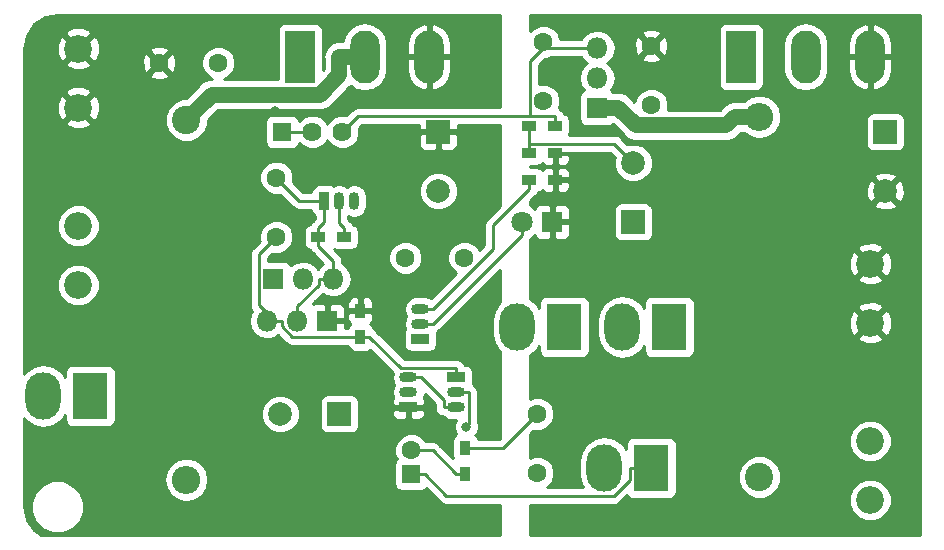
<source format=gtl>
G04 #@! TF.GenerationSoftware,KiCad,Pcbnew,(2018-01-30 revision 342197bb3)-makepkg*
G04 #@! TF.CreationDate,2019-02-26T10:02:36-05:00*
G04 #@! TF.ProjectId,AAMB,41414D422E6B696361645F7063620000,rev?*
G04 #@! TF.SameCoordinates,Original*
G04 #@! TF.FileFunction,Copper,L1,Top,Signal*
G04 #@! TF.FilePolarity,Positive*
%FSLAX46Y46*%
G04 Gerber Fmt 4.6, Leading zero omitted, Abs format (unit mm)*
G04 Created by KiCad (PCBNEW (2018-01-30 revision 342197bb3)-makepkg) date 02/26/19 10:02:36*
%MOMM*%
%LPD*%
G01*
G04 APERTURE LIST*
%ADD10C,1.600000*%
%ADD11R,1.600000X1.600000*%
%ADD12C,2.000000*%
%ADD13R,2.000000X2.000000*%
%ADD14C,1.800000*%
%ADD15R,1.800000X1.800000*%
%ADD16C,2.350000*%
%ADD17O,3.000000X4.000000*%
%ADD18R,3.000000X4.000000*%
%ADD19O,1.500000X0.900000*%
%ADD20R,1.500000X0.900000*%
%ADD21O,1.800000X1.800000*%
%ADD22R,0.900000X1.500000*%
%ADD23O,0.900000X1.500000*%
%ADD24R,2.500000X4.500000*%
%ADD25O,2.500000X4.500000*%
%ADD26R,0.900000X1.200000*%
%ADD27R,1.200000X0.900000*%
%ADD28O,2.400000X2.400000*%
%ADD29C,2.400000*%
%ADD30C,1.620000*%
%ADD31R,1.620000X1.620000*%
%ADD32C,0.800000*%
%ADD33C,0.250000*%
%ADD34C,1.380000*%
%ADD35C,0.254000*%
G04 APERTURE END LIST*
D10*
X155448000Y-91218000D03*
D11*
X155448000Y-93218000D03*
D10*
X166116000Y-93138000D03*
X166116000Y-88138000D03*
D12*
X144352000Y-88138000D03*
D13*
X149352000Y-88138000D03*
D10*
X144018000Y-73152000D03*
X144018000Y-68152000D03*
D13*
X174244000Y-71882000D03*
D12*
X174244000Y-66882000D03*
D10*
X166624000Y-61642000D03*
X166624000Y-56642000D03*
X139112000Y-58420000D03*
X134112000Y-58420000D03*
X154940000Y-74930000D03*
X159940000Y-74930000D03*
X175768000Y-56976000D03*
X175768000Y-61976000D03*
D13*
X157734000Y-64262000D03*
D12*
X157734000Y-69262000D03*
X195580000Y-69262000D03*
D13*
X195580000Y-64262000D03*
D14*
X164846000Y-71882000D03*
D15*
X167386000Y-71882000D03*
D16*
X127254000Y-62216000D03*
X127254000Y-57216000D03*
X127254000Y-72216000D03*
X127254000Y-77216000D03*
X194310000Y-95438000D03*
X194310000Y-90438000D03*
X194310000Y-75438000D03*
X194310000Y-80438000D03*
D17*
X164439600Y-80772000D03*
D18*
X168402000Y-80772000D03*
D19*
X159258000Y-86325500D03*
X159258000Y-87595500D03*
D20*
X159258000Y-85055500D03*
D19*
X156210000Y-80518000D03*
X156210000Y-79248000D03*
D20*
X156210000Y-81788000D03*
X155194000Y-87595500D03*
D19*
X155194000Y-85055500D03*
X155194000Y-86325500D03*
D21*
X143256000Y-80264000D03*
X145796000Y-80264000D03*
D15*
X148336000Y-80264000D03*
D22*
X148082000Y-70104000D03*
D23*
X150622000Y-70104000D03*
X149352000Y-70104000D03*
D21*
X148844000Y-76708000D03*
X146304000Y-76708000D03*
D15*
X143764000Y-76708000D03*
X171196000Y-62230000D03*
D21*
X171196000Y-59690000D03*
X171196000Y-57150000D03*
D24*
X146050000Y-57912000D03*
D25*
X151500000Y-57912000D03*
X156950000Y-57912000D03*
X194288000Y-57912000D03*
X188838000Y-57912000D03*
D24*
X183388000Y-57912000D03*
D26*
X160020000Y-91018000D03*
X160020000Y-93218000D03*
X151130000Y-81618000D03*
X151130000Y-79418000D03*
D27*
X165440000Y-68326000D03*
X167640000Y-68326000D03*
X147574000Y-73152000D03*
X149774000Y-73152000D03*
X165440000Y-63754000D03*
X167640000Y-63754000D03*
X165440000Y-66040000D03*
X167640000Y-66040000D03*
D28*
X136398000Y-93726000D03*
D29*
X136398000Y-63246000D03*
X184912000Y-93472000D03*
D28*
X184912000Y-62992000D03*
D30*
X149606000Y-64262000D03*
X147066000Y-64262000D03*
D31*
X144526000Y-64262000D03*
D17*
X171805600Y-92710000D03*
D18*
X175768000Y-92710000D03*
D17*
X173329600Y-80772000D03*
D18*
X177292000Y-80772000D03*
X128270000Y-86614000D03*
D17*
X124307600Y-86614000D03*
D32*
X143948300Y-62452900D03*
X160112500Y-89231700D03*
D33*
X157244700Y-91218000D02*
X155448000Y-91218000D01*
X159244700Y-93218000D02*
X157244700Y-91218000D01*
X160020000Y-93218000D02*
X159244700Y-93218000D01*
X163236000Y-91018000D02*
X166116000Y-88138000D01*
X160020000Y-91018000D02*
X163236000Y-91018000D01*
X145375800Y-81618000D02*
X151130000Y-81618000D01*
X144481300Y-80723500D02*
X145375800Y-81618000D01*
X144481300Y-80264000D02*
X144481300Y-80723500D01*
X154567500Y-84280200D02*
X159258000Y-84280200D01*
X151905300Y-81618000D02*
X154567500Y-84280200D01*
X151130000Y-81618000D02*
X151905300Y-81618000D01*
X159258000Y-85055500D02*
X159258000Y-84280200D01*
X143256000Y-80264000D02*
X143868700Y-80264000D01*
X143868700Y-80264000D02*
X144481300Y-80264000D01*
X142529100Y-74640900D02*
X144018000Y-73152000D01*
X142529100Y-78924400D02*
X142529100Y-74640900D01*
X143868700Y-80264000D02*
X142529100Y-78924400D01*
X147574000Y-73152000D02*
X147574000Y-72376700D01*
X148844000Y-75197300D02*
X147574000Y-73927300D01*
X148844000Y-76708000D02*
X148844000Y-75197300D01*
X147574000Y-73152000D02*
X147574000Y-73927300D01*
X147618700Y-77216000D02*
X147618700Y-76708000D01*
X145796000Y-79038700D02*
X147618700Y-77216000D01*
X145796000Y-80264000D02*
X145796000Y-79038700D01*
X148844000Y-76708000D02*
X147618700Y-76708000D01*
X148082000Y-71868700D02*
X148082000Y-70104000D01*
X147574000Y-72376700D02*
X148082000Y-71868700D01*
X145970000Y-70104000D02*
X144018000Y-68152000D01*
X148082000Y-70104000D02*
X145970000Y-70104000D01*
X172616200Y-65254200D02*
X174244000Y-66882000D01*
X165440000Y-65254200D02*
X172616200Y-65254200D01*
X165440000Y-63754000D02*
X165440000Y-65254200D01*
X165440000Y-65254200D02*
X165440000Y-66040000D01*
X171196000Y-57150000D02*
X169970700Y-57150000D01*
X167640000Y-63754000D02*
X167640000Y-62978700D01*
X169970700Y-57150000D02*
X166624000Y-57150000D01*
X166624000Y-57150000D02*
X166624000Y-56642000D01*
X165493200Y-58280800D02*
X166624000Y-57150000D01*
X165493200Y-62915100D02*
X165493200Y-58280800D01*
X150952900Y-62915100D02*
X165493200Y-62915100D01*
X149606000Y-64262000D02*
X150952900Y-62915100D01*
X167576400Y-62915100D02*
X167640000Y-62978700D01*
X165493200Y-62915100D02*
X167576400Y-62915100D01*
X164846000Y-72957300D02*
X164846000Y-71882000D01*
X157285300Y-80518000D02*
X164846000Y-72957300D01*
X156210000Y-80518000D02*
X157285300Y-80518000D01*
X160333300Y-89010900D02*
X160333300Y-86325500D01*
X160112500Y-89231700D02*
X160333300Y-89010900D01*
X159258000Y-86325500D02*
X160333300Y-86325500D01*
X158182700Y-86968900D02*
X158182700Y-87595500D01*
X156269300Y-85055500D02*
X158182700Y-86968900D01*
X155194000Y-85055500D02*
X156269300Y-85055500D01*
X159258000Y-87595500D02*
X158182700Y-87595500D01*
X162396300Y-74137000D02*
X157285300Y-79248000D01*
X162396300Y-72145000D02*
X162396300Y-74137000D01*
X165440000Y-69101300D02*
X162396300Y-72145000D01*
X165440000Y-68326000D02*
X165440000Y-69101300D01*
X156210000Y-79248000D02*
X157285300Y-79248000D01*
X144526000Y-64262000D02*
X147066000Y-64262000D01*
X149352000Y-71954700D02*
X149352000Y-70104000D01*
X149774000Y-72376700D02*
X149352000Y-71954700D01*
X149774000Y-73152000D02*
X149774000Y-72376700D01*
D34*
X149359700Y-59445000D02*
X149359700Y-57912000D01*
X147701000Y-61103700D02*
X149359700Y-59445000D01*
X138540300Y-61103700D02*
X147701000Y-61103700D01*
X136398000Y-63246000D02*
X138540300Y-61103700D01*
X151500000Y-57912000D02*
X149359700Y-57912000D01*
X174473400Y-63717100D02*
X172986300Y-62230000D01*
X182096600Y-63717100D02*
X174473400Y-63717100D01*
X182821700Y-62992000D02*
X182096600Y-63717100D01*
X184912000Y-62992000D02*
X182821700Y-62992000D01*
X171196000Y-62230000D02*
X172986300Y-62230000D01*
D33*
X158423100Y-95067800D02*
X156573300Y-93218000D01*
X172611600Y-95067800D02*
X158423100Y-95067800D01*
X173942700Y-93736700D02*
X172611600Y-95067800D01*
X173942700Y-92710000D02*
X173942700Y-93736700D01*
X175768000Y-92710000D02*
X173942700Y-92710000D01*
X155448000Y-93218000D02*
X156573300Y-93218000D01*
D35*
G36*
X198501000Y-98425000D02*
X165481000Y-98425000D01*
X165481000Y-95827800D01*
X172536753Y-95827800D01*
X172611600Y-95842688D01*
X172686447Y-95827800D01*
X172686452Y-95827800D01*
X172908137Y-95783704D01*
X173159529Y-95615729D01*
X173201931Y-95552270D01*
X173720549Y-95033652D01*
X173810191Y-95167809D01*
X174020235Y-95308157D01*
X174268000Y-95357440D01*
X177268000Y-95357440D01*
X177515765Y-95308157D01*
X177725809Y-95167809D01*
X177866157Y-94957765D01*
X177915440Y-94710000D01*
X177915440Y-93106996D01*
X183077000Y-93106996D01*
X183077000Y-93837004D01*
X183356362Y-94511444D01*
X183872556Y-95027638D01*
X184546996Y-95307000D01*
X185277004Y-95307000D01*
X185829934Y-95077969D01*
X192500000Y-95077969D01*
X192500000Y-95798031D01*
X192775556Y-96463283D01*
X193284717Y-96972444D01*
X193949969Y-97248000D01*
X194670031Y-97248000D01*
X195335283Y-96972444D01*
X195844444Y-96463283D01*
X196120000Y-95798031D01*
X196120000Y-95077969D01*
X195844444Y-94412717D01*
X195335283Y-93903556D01*
X194670031Y-93628000D01*
X193949969Y-93628000D01*
X193284717Y-93903556D01*
X192775556Y-94412717D01*
X192500000Y-95077969D01*
X185829934Y-95077969D01*
X185951444Y-95027638D01*
X186467638Y-94511444D01*
X186747000Y-93837004D01*
X186747000Y-93106996D01*
X186467638Y-92432556D01*
X185951444Y-91916362D01*
X185277004Y-91637000D01*
X184546996Y-91637000D01*
X183872556Y-91916362D01*
X183356362Y-92432556D01*
X183077000Y-93106996D01*
X177915440Y-93106996D01*
X177915440Y-90710000D01*
X177866157Y-90462235D01*
X177725809Y-90252191D01*
X177515765Y-90111843D01*
X177345468Y-90077969D01*
X192500000Y-90077969D01*
X192500000Y-90798031D01*
X192775556Y-91463283D01*
X193284717Y-91972444D01*
X193949969Y-92248000D01*
X194670031Y-92248000D01*
X195335283Y-91972444D01*
X195844444Y-91463283D01*
X196120000Y-90798031D01*
X196120000Y-90077969D01*
X195844444Y-89412717D01*
X195335283Y-88903556D01*
X194670031Y-88628000D01*
X193949969Y-88628000D01*
X193284717Y-88903556D01*
X192775556Y-89412717D01*
X192500000Y-90077969D01*
X177345468Y-90077969D01*
X177268000Y-90062560D01*
X174268000Y-90062560D01*
X174020235Y-90111843D01*
X173810191Y-90252191D01*
X173669843Y-90462235D01*
X173620560Y-90710000D01*
X173620560Y-91083382D01*
X173344849Y-90670751D01*
X172638636Y-90198874D01*
X171805600Y-90033173D01*
X170972565Y-90198874D01*
X170266352Y-90670751D01*
X169794474Y-91376964D01*
X169670600Y-91999721D01*
X169670600Y-93420278D01*
X169794474Y-94043035D01*
X169971384Y-94307800D01*
X166975596Y-94307800D01*
X167332534Y-93950862D01*
X167551000Y-93423439D01*
X167551000Y-92852561D01*
X167332534Y-92325138D01*
X166928862Y-91921466D01*
X166401439Y-91703000D01*
X165830561Y-91703000D01*
X165481000Y-91847793D01*
X165481000Y-89847801D01*
X165777698Y-89551103D01*
X165830561Y-89573000D01*
X166401439Y-89573000D01*
X166928862Y-89354534D01*
X167332534Y-88950862D01*
X167551000Y-88423439D01*
X167551000Y-87852561D01*
X167332534Y-87325138D01*
X166928862Y-86921466D01*
X166401439Y-86703000D01*
X165830561Y-86703000D01*
X165481000Y-86847793D01*
X165481000Y-83143901D01*
X165978849Y-82811249D01*
X166254560Y-82398619D01*
X166254560Y-82772000D01*
X166303843Y-83019765D01*
X166444191Y-83229809D01*
X166654235Y-83370157D01*
X166902000Y-83419440D01*
X169902000Y-83419440D01*
X170149765Y-83370157D01*
X170359809Y-83229809D01*
X170500157Y-83019765D01*
X170549440Y-82772000D01*
X170549440Y-80061721D01*
X171194600Y-80061721D01*
X171194600Y-81482278D01*
X171318474Y-82105035D01*
X171790351Y-82811249D01*
X172496564Y-83283126D01*
X173329600Y-83448827D01*
X174162635Y-83283126D01*
X174868849Y-82811249D01*
X175144560Y-82398619D01*
X175144560Y-82772000D01*
X175193843Y-83019765D01*
X175334191Y-83229809D01*
X175544235Y-83370157D01*
X175792000Y-83419440D01*
X178792000Y-83419440D01*
X179039765Y-83370157D01*
X179249809Y-83229809D01*
X179390157Y-83019765D01*
X179439440Y-82772000D01*
X179439440Y-81717101D01*
X193210504Y-81717101D01*
X193330583Y-82002118D01*
X194003698Y-82257864D01*
X194723445Y-82236552D01*
X195289417Y-82002118D01*
X195409496Y-81717101D01*
X194310000Y-80617605D01*
X193210504Y-81717101D01*
X179439440Y-81717101D01*
X179439440Y-80131698D01*
X192490136Y-80131698D01*
X192511448Y-80851445D01*
X192745882Y-81417417D01*
X193030899Y-81537496D01*
X194130395Y-80438000D01*
X194489605Y-80438000D01*
X195589101Y-81537496D01*
X195874118Y-81417417D01*
X196129864Y-80744302D01*
X196108552Y-80024555D01*
X195874118Y-79458583D01*
X195589101Y-79338504D01*
X194489605Y-80438000D01*
X194130395Y-80438000D01*
X193030899Y-79338504D01*
X192745882Y-79458583D01*
X192490136Y-80131698D01*
X179439440Y-80131698D01*
X179439440Y-79158899D01*
X193210504Y-79158899D01*
X194310000Y-80258395D01*
X195409496Y-79158899D01*
X195289417Y-78873882D01*
X194616302Y-78618136D01*
X193896555Y-78639448D01*
X193330583Y-78873882D01*
X193210504Y-79158899D01*
X179439440Y-79158899D01*
X179439440Y-78772000D01*
X179390157Y-78524235D01*
X179249809Y-78314191D01*
X179039765Y-78173843D01*
X178792000Y-78124560D01*
X175792000Y-78124560D01*
X175544235Y-78173843D01*
X175334191Y-78314191D01*
X175193843Y-78524235D01*
X175144560Y-78772000D01*
X175144560Y-79145382D01*
X174868849Y-78732751D01*
X174162636Y-78260874D01*
X173329600Y-78095173D01*
X172496565Y-78260874D01*
X171790352Y-78732751D01*
X171318474Y-79438964D01*
X171194600Y-80061721D01*
X170549440Y-80061721D01*
X170549440Y-78772000D01*
X170500157Y-78524235D01*
X170359809Y-78314191D01*
X170149765Y-78173843D01*
X169902000Y-78124560D01*
X166902000Y-78124560D01*
X166654235Y-78173843D01*
X166444191Y-78314191D01*
X166303843Y-78524235D01*
X166254560Y-78772000D01*
X166254560Y-79145382D01*
X165978849Y-78732751D01*
X165481000Y-78400099D01*
X165481000Y-76717101D01*
X193210504Y-76717101D01*
X193330583Y-77002118D01*
X194003698Y-77257864D01*
X194723445Y-77236552D01*
X195289417Y-77002118D01*
X195409496Y-76717101D01*
X194310000Y-75617605D01*
X193210504Y-76717101D01*
X165481000Y-76717101D01*
X165481000Y-75131698D01*
X192490136Y-75131698D01*
X192511448Y-75851445D01*
X192745882Y-76417417D01*
X193030899Y-76537496D01*
X194130395Y-75438000D01*
X194489605Y-75438000D01*
X195589101Y-76537496D01*
X195874118Y-76417417D01*
X196129864Y-75744302D01*
X196108552Y-75024555D01*
X195874118Y-74458583D01*
X195589101Y-74338504D01*
X194489605Y-75438000D01*
X194130395Y-75438000D01*
X193030899Y-74338504D01*
X192745882Y-74458583D01*
X192490136Y-75131698D01*
X165481000Y-75131698D01*
X165481000Y-74158899D01*
X193210504Y-74158899D01*
X194310000Y-75258395D01*
X195409496Y-74158899D01*
X195289417Y-73873882D01*
X194616302Y-73618136D01*
X193896555Y-73639448D01*
X193330583Y-73873882D01*
X193210504Y-74158899D01*
X165481000Y-74158899D01*
X165481000Y-73374919D01*
X165561903Y-73253838D01*
X165561904Y-73253837D01*
X165563400Y-73246315D01*
X165715507Y-73183310D01*
X165891861Y-73006956D01*
X165947673Y-73141699D01*
X166126302Y-73320327D01*
X166359691Y-73417000D01*
X167100250Y-73417000D01*
X167259000Y-73258250D01*
X167259000Y-72009000D01*
X167513000Y-72009000D01*
X167513000Y-73258250D01*
X167671750Y-73417000D01*
X168412309Y-73417000D01*
X168645698Y-73320327D01*
X168824327Y-73141699D01*
X168921000Y-72908310D01*
X168921000Y-72167750D01*
X168762250Y-72009000D01*
X167513000Y-72009000D01*
X167259000Y-72009000D01*
X167239000Y-72009000D01*
X167239000Y-71755000D01*
X167259000Y-71755000D01*
X167259000Y-70505750D01*
X167513000Y-70505750D01*
X167513000Y-71755000D01*
X168762250Y-71755000D01*
X168921000Y-71596250D01*
X168921000Y-70882000D01*
X172596560Y-70882000D01*
X172596560Y-72882000D01*
X172645843Y-73129765D01*
X172786191Y-73339809D01*
X172996235Y-73480157D01*
X173244000Y-73529440D01*
X175244000Y-73529440D01*
X175491765Y-73480157D01*
X175701809Y-73339809D01*
X175842157Y-73129765D01*
X175891440Y-72882000D01*
X175891440Y-70882000D01*
X175842157Y-70634235D01*
X175701809Y-70424191D01*
X175687354Y-70414532D01*
X194607073Y-70414532D01*
X194705736Y-70681387D01*
X195315461Y-70907908D01*
X195965460Y-70883856D01*
X196454264Y-70681387D01*
X196552927Y-70414532D01*
X195580000Y-69441605D01*
X194607073Y-70414532D01*
X175687354Y-70414532D01*
X175491765Y-70283843D01*
X175244000Y-70234560D01*
X173244000Y-70234560D01*
X172996235Y-70283843D01*
X172786191Y-70424191D01*
X172645843Y-70634235D01*
X172596560Y-70882000D01*
X168921000Y-70882000D01*
X168921000Y-70855690D01*
X168824327Y-70622301D01*
X168645698Y-70443673D01*
X168412309Y-70347000D01*
X167671750Y-70347000D01*
X167513000Y-70505750D01*
X167259000Y-70505750D01*
X167100250Y-70347000D01*
X166359691Y-70347000D01*
X166126302Y-70443673D01*
X165947673Y-70622301D01*
X165891861Y-70757044D01*
X165715507Y-70580690D01*
X165481000Y-70483554D01*
X165481000Y-70135102D01*
X165924473Y-69691629D01*
X165987929Y-69649229D01*
X166069908Y-69526539D01*
X166153941Y-69400776D01*
X166287765Y-69374157D01*
X166497809Y-69233809D01*
X166538654Y-69172680D01*
X166680302Y-69314327D01*
X166913691Y-69411000D01*
X167354250Y-69411000D01*
X167513000Y-69252250D01*
X167513000Y-68453000D01*
X167767000Y-68453000D01*
X167767000Y-69252250D01*
X167925750Y-69411000D01*
X168366309Y-69411000D01*
X168599698Y-69314327D01*
X168778327Y-69135699D01*
X168835587Y-68997461D01*
X193934092Y-68997461D01*
X193958144Y-69647460D01*
X194160613Y-70136264D01*
X194427468Y-70234927D01*
X195400395Y-69262000D01*
X195759605Y-69262000D01*
X196732532Y-70234927D01*
X196999387Y-70136264D01*
X197225908Y-69526539D01*
X197201856Y-68876540D01*
X196999387Y-68387736D01*
X196732532Y-68289073D01*
X195759605Y-69262000D01*
X195400395Y-69262000D01*
X194427468Y-68289073D01*
X194160613Y-68387736D01*
X193934092Y-68997461D01*
X168835587Y-68997461D01*
X168875000Y-68902310D01*
X168875000Y-68611750D01*
X168716250Y-68453000D01*
X167767000Y-68453000D01*
X167513000Y-68453000D01*
X167493000Y-68453000D01*
X167493000Y-68199000D01*
X167513000Y-68199000D01*
X167513000Y-67399750D01*
X167767000Y-67399750D01*
X167767000Y-68199000D01*
X168716250Y-68199000D01*
X168875000Y-68040250D01*
X168875000Y-67749690D01*
X168778327Y-67516301D01*
X168599698Y-67337673D01*
X168366309Y-67241000D01*
X167925750Y-67241000D01*
X167767000Y-67399750D01*
X167513000Y-67399750D01*
X167354250Y-67241000D01*
X166913691Y-67241000D01*
X166680302Y-67337673D01*
X166538654Y-67479320D01*
X166497809Y-67418191D01*
X166287765Y-67277843D01*
X166040000Y-67228560D01*
X165481000Y-67228560D01*
X165481000Y-67137440D01*
X166040000Y-67137440D01*
X166287765Y-67088157D01*
X166497809Y-66947809D01*
X166538654Y-66886680D01*
X166680302Y-67028327D01*
X166913691Y-67125000D01*
X167354250Y-67125000D01*
X167513000Y-66966250D01*
X167513000Y-66167000D01*
X167767000Y-66167000D01*
X167767000Y-66966250D01*
X167925750Y-67125000D01*
X168366309Y-67125000D01*
X168599698Y-67028327D01*
X168778327Y-66849699D01*
X168875000Y-66616310D01*
X168875000Y-66325750D01*
X168716250Y-66167000D01*
X167767000Y-66167000D01*
X167513000Y-66167000D01*
X167493000Y-66167000D01*
X167493000Y-66014200D01*
X172301399Y-66014200D01*
X172677823Y-66390624D01*
X172609000Y-66556778D01*
X172609000Y-67207222D01*
X172857914Y-67808153D01*
X173317847Y-68268086D01*
X173918778Y-68517000D01*
X174569222Y-68517000D01*
X175170153Y-68268086D01*
X175328771Y-68109468D01*
X194607073Y-68109468D01*
X195580000Y-69082395D01*
X196552927Y-68109468D01*
X196454264Y-67842613D01*
X195844539Y-67616092D01*
X195194540Y-67640144D01*
X194705736Y-67842613D01*
X194607073Y-68109468D01*
X175328771Y-68109468D01*
X175630086Y-67808153D01*
X175879000Y-67207222D01*
X175879000Y-66556778D01*
X175630086Y-65955847D01*
X175170153Y-65495914D01*
X174569222Y-65247000D01*
X173918778Y-65247000D01*
X173752624Y-65315823D01*
X173206531Y-64769730D01*
X173164129Y-64706271D01*
X172912737Y-64538296D01*
X172691052Y-64494200D01*
X172691047Y-64494200D01*
X172616200Y-64479312D01*
X172541353Y-64494200D01*
X168809803Y-64494200D01*
X168838157Y-64451765D01*
X168887440Y-64204000D01*
X168887440Y-63304000D01*
X168838157Y-63056235D01*
X168697809Y-62846191D01*
X168487765Y-62705843D01*
X168353940Y-62679224D01*
X168187929Y-62430771D01*
X168149804Y-62405296D01*
X168124329Y-62367171D01*
X167930502Y-62237660D01*
X168059000Y-61927439D01*
X168059000Y-61356561D01*
X167840534Y-60829138D01*
X167436862Y-60425466D01*
X166909439Y-60207000D01*
X166338561Y-60207000D01*
X166253200Y-60242358D01*
X166253200Y-58595601D01*
X166771802Y-58077000D01*
X166909439Y-58077000D01*
X167312612Y-57910000D01*
X169857688Y-57910000D01*
X170089327Y-58256673D01*
X170333763Y-58420000D01*
X170089327Y-58583327D01*
X169750062Y-59091073D01*
X169630928Y-59690000D01*
X169750062Y-60288927D01*
X170046696Y-60732871D01*
X169838191Y-60872191D01*
X169697843Y-61082235D01*
X169648560Y-61330000D01*
X169648560Y-63130000D01*
X169697843Y-63377765D01*
X169838191Y-63587809D01*
X170048235Y-63728157D01*
X170296000Y-63777440D01*
X172096000Y-63777440D01*
X172343765Y-63728157D01*
X172503735Y-63621268D01*
X173444205Y-64561738D01*
X173518128Y-64672372D01*
X173956411Y-64965222D01*
X174342901Y-65042100D01*
X174342902Y-65042100D01*
X174473400Y-65068058D01*
X174603898Y-65042100D01*
X181966102Y-65042100D01*
X182096600Y-65068058D01*
X182227098Y-65042100D01*
X182227099Y-65042100D01*
X182613589Y-64965222D01*
X183051872Y-64672372D01*
X183125797Y-64561735D01*
X183370532Y-64317000D01*
X183592091Y-64317000D01*
X184196019Y-64720531D01*
X184731273Y-64827000D01*
X185092727Y-64827000D01*
X185627981Y-64720531D01*
X186234961Y-64314961D01*
X186640531Y-63707981D01*
X186729242Y-63262000D01*
X193932560Y-63262000D01*
X193932560Y-65262000D01*
X193981843Y-65509765D01*
X194122191Y-65719809D01*
X194332235Y-65860157D01*
X194580000Y-65909440D01*
X196580000Y-65909440D01*
X196827765Y-65860157D01*
X197037809Y-65719809D01*
X197178157Y-65509765D01*
X197227440Y-65262000D01*
X197227440Y-63262000D01*
X197178157Y-63014235D01*
X197037809Y-62804191D01*
X196827765Y-62663843D01*
X196580000Y-62614560D01*
X194580000Y-62614560D01*
X194332235Y-62663843D01*
X194122191Y-62804191D01*
X193981843Y-63014235D01*
X193932560Y-63262000D01*
X186729242Y-63262000D01*
X186782949Y-62992000D01*
X186640531Y-62276019D01*
X186234961Y-61669039D01*
X185627981Y-61263469D01*
X185092727Y-61157000D01*
X184731273Y-61157000D01*
X184196019Y-61263469D01*
X183592091Y-61667000D01*
X182952197Y-61667000D01*
X182821699Y-61641042D01*
X182691201Y-61667000D01*
X182304711Y-61743878D01*
X181866428Y-62036728D01*
X181792503Y-62147365D01*
X181547768Y-62392100D01*
X177148878Y-62392100D01*
X177203000Y-62261439D01*
X177203000Y-61690561D01*
X176984534Y-61163138D01*
X176580862Y-60759466D01*
X176053439Y-60541000D01*
X175482561Y-60541000D01*
X174955138Y-60759466D01*
X174551466Y-61163138D01*
X174333000Y-61690561D01*
X174333000Y-61702868D01*
X174015497Y-61385364D01*
X173941572Y-61274728D01*
X173503289Y-60981878D01*
X173116799Y-60905000D01*
X173116798Y-60905000D01*
X172986300Y-60879042D01*
X172855802Y-60905000D01*
X172575731Y-60905000D01*
X172553809Y-60872191D01*
X172345304Y-60732871D01*
X172641938Y-60288927D01*
X172761072Y-59690000D01*
X172641938Y-59091073D01*
X172302673Y-58583327D01*
X172058237Y-58420000D01*
X172302673Y-58256673D01*
X172485037Y-57983745D01*
X174939861Y-57983745D01*
X175013995Y-58229864D01*
X175551223Y-58422965D01*
X176121454Y-58395778D01*
X176522005Y-58229864D01*
X176596139Y-57983745D01*
X175768000Y-57155605D01*
X174939861Y-57983745D01*
X172485037Y-57983745D01*
X172641938Y-57748927D01*
X172761072Y-57150000D01*
X172683342Y-56759223D01*
X174321035Y-56759223D01*
X174348222Y-57329454D01*
X174514136Y-57730005D01*
X174760255Y-57804139D01*
X175588395Y-56976000D01*
X175947605Y-56976000D01*
X176775745Y-57804139D01*
X177021864Y-57730005D01*
X177214965Y-57192777D01*
X177187778Y-56622546D01*
X177021864Y-56221995D01*
X176775745Y-56147861D01*
X175947605Y-56976000D01*
X175588395Y-56976000D01*
X174760255Y-56147861D01*
X174514136Y-56221995D01*
X174321035Y-56759223D01*
X172683342Y-56759223D01*
X172641938Y-56551073D01*
X172302673Y-56043327D01*
X172190320Y-55968255D01*
X174939861Y-55968255D01*
X175768000Y-56796395D01*
X176596139Y-55968255D01*
X176522005Y-55722136D01*
X176354701Y-55662000D01*
X181490560Y-55662000D01*
X181490560Y-60162000D01*
X181539843Y-60409765D01*
X181680191Y-60619809D01*
X181890235Y-60760157D01*
X182138000Y-60809440D01*
X184638000Y-60809440D01*
X184885765Y-60760157D01*
X185095809Y-60619809D01*
X185236157Y-60409765D01*
X185285440Y-60162000D01*
X185285440Y-56726346D01*
X186953000Y-56726346D01*
X186953001Y-59097655D01*
X187062370Y-59647490D01*
X187478992Y-60271009D01*
X188102511Y-60687631D01*
X188838000Y-60833929D01*
X189573490Y-60687631D01*
X190197009Y-60271009D01*
X190613631Y-59647490D01*
X190723000Y-59097655D01*
X190723000Y-58039000D01*
X192403000Y-58039000D01*
X192403000Y-59039000D01*
X192595088Y-59750691D01*
X193044906Y-60334699D01*
X193683974Y-60702114D01*
X193868355Y-60749695D01*
X194161000Y-60633572D01*
X194161000Y-58039000D01*
X194415000Y-58039000D01*
X194415000Y-60633572D01*
X194707645Y-60749695D01*
X194892026Y-60702114D01*
X195531094Y-60334699D01*
X195980912Y-59750691D01*
X196173000Y-59039000D01*
X196173000Y-58039000D01*
X194415000Y-58039000D01*
X194161000Y-58039000D01*
X192403000Y-58039000D01*
X190723000Y-58039000D01*
X190723000Y-56785000D01*
X192403000Y-56785000D01*
X192403000Y-57785000D01*
X194161000Y-57785000D01*
X194161000Y-55190428D01*
X194415000Y-55190428D01*
X194415000Y-57785000D01*
X196173000Y-57785000D01*
X196173000Y-56785000D01*
X195980912Y-56073309D01*
X195531094Y-55489301D01*
X194892026Y-55121886D01*
X194707645Y-55074305D01*
X194415000Y-55190428D01*
X194161000Y-55190428D01*
X193868355Y-55074305D01*
X193683974Y-55121886D01*
X193044906Y-55489301D01*
X192595088Y-56073309D01*
X192403000Y-56785000D01*
X190723000Y-56785000D01*
X190723000Y-56726345D01*
X190613631Y-56176510D01*
X190197009Y-55552991D01*
X189573489Y-55136369D01*
X188838000Y-54990071D01*
X188102510Y-55136369D01*
X187478991Y-55552991D01*
X187062369Y-56176511D01*
X186953000Y-56726346D01*
X185285440Y-56726346D01*
X185285440Y-55662000D01*
X185236157Y-55414235D01*
X185095809Y-55204191D01*
X184885765Y-55063843D01*
X184638000Y-55014560D01*
X182138000Y-55014560D01*
X181890235Y-55063843D01*
X181680191Y-55204191D01*
X181539843Y-55414235D01*
X181490560Y-55662000D01*
X176354701Y-55662000D01*
X175984777Y-55529035D01*
X175414546Y-55556222D01*
X175013995Y-55722136D01*
X174939861Y-55968255D01*
X172190320Y-55968255D01*
X171794927Y-55704062D01*
X171347182Y-55615000D01*
X171044818Y-55615000D01*
X170597073Y-55704062D01*
X170089327Y-56043327D01*
X169857688Y-56390000D01*
X168059000Y-56390000D01*
X168059000Y-56356561D01*
X167840534Y-55829138D01*
X167436862Y-55425466D01*
X166909439Y-55207000D01*
X166338561Y-55207000D01*
X165811138Y-55425466D01*
X165481000Y-55755604D01*
X165481000Y-54329000D01*
X198501000Y-54329000D01*
X198501000Y-98425000D01*
X198501000Y-98425000D01*
G37*
X198501000Y-98425000D02*
X165481000Y-98425000D01*
X165481000Y-95827800D01*
X172536753Y-95827800D01*
X172611600Y-95842688D01*
X172686447Y-95827800D01*
X172686452Y-95827800D01*
X172908137Y-95783704D01*
X173159529Y-95615729D01*
X173201931Y-95552270D01*
X173720549Y-95033652D01*
X173810191Y-95167809D01*
X174020235Y-95308157D01*
X174268000Y-95357440D01*
X177268000Y-95357440D01*
X177515765Y-95308157D01*
X177725809Y-95167809D01*
X177866157Y-94957765D01*
X177915440Y-94710000D01*
X177915440Y-93106996D01*
X183077000Y-93106996D01*
X183077000Y-93837004D01*
X183356362Y-94511444D01*
X183872556Y-95027638D01*
X184546996Y-95307000D01*
X185277004Y-95307000D01*
X185829934Y-95077969D01*
X192500000Y-95077969D01*
X192500000Y-95798031D01*
X192775556Y-96463283D01*
X193284717Y-96972444D01*
X193949969Y-97248000D01*
X194670031Y-97248000D01*
X195335283Y-96972444D01*
X195844444Y-96463283D01*
X196120000Y-95798031D01*
X196120000Y-95077969D01*
X195844444Y-94412717D01*
X195335283Y-93903556D01*
X194670031Y-93628000D01*
X193949969Y-93628000D01*
X193284717Y-93903556D01*
X192775556Y-94412717D01*
X192500000Y-95077969D01*
X185829934Y-95077969D01*
X185951444Y-95027638D01*
X186467638Y-94511444D01*
X186747000Y-93837004D01*
X186747000Y-93106996D01*
X186467638Y-92432556D01*
X185951444Y-91916362D01*
X185277004Y-91637000D01*
X184546996Y-91637000D01*
X183872556Y-91916362D01*
X183356362Y-92432556D01*
X183077000Y-93106996D01*
X177915440Y-93106996D01*
X177915440Y-90710000D01*
X177866157Y-90462235D01*
X177725809Y-90252191D01*
X177515765Y-90111843D01*
X177345468Y-90077969D01*
X192500000Y-90077969D01*
X192500000Y-90798031D01*
X192775556Y-91463283D01*
X193284717Y-91972444D01*
X193949969Y-92248000D01*
X194670031Y-92248000D01*
X195335283Y-91972444D01*
X195844444Y-91463283D01*
X196120000Y-90798031D01*
X196120000Y-90077969D01*
X195844444Y-89412717D01*
X195335283Y-88903556D01*
X194670031Y-88628000D01*
X193949969Y-88628000D01*
X193284717Y-88903556D01*
X192775556Y-89412717D01*
X192500000Y-90077969D01*
X177345468Y-90077969D01*
X177268000Y-90062560D01*
X174268000Y-90062560D01*
X174020235Y-90111843D01*
X173810191Y-90252191D01*
X173669843Y-90462235D01*
X173620560Y-90710000D01*
X173620560Y-91083382D01*
X173344849Y-90670751D01*
X172638636Y-90198874D01*
X171805600Y-90033173D01*
X170972565Y-90198874D01*
X170266352Y-90670751D01*
X169794474Y-91376964D01*
X169670600Y-91999721D01*
X169670600Y-93420278D01*
X169794474Y-94043035D01*
X169971384Y-94307800D01*
X166975596Y-94307800D01*
X167332534Y-93950862D01*
X167551000Y-93423439D01*
X167551000Y-92852561D01*
X167332534Y-92325138D01*
X166928862Y-91921466D01*
X166401439Y-91703000D01*
X165830561Y-91703000D01*
X165481000Y-91847793D01*
X165481000Y-89847801D01*
X165777698Y-89551103D01*
X165830561Y-89573000D01*
X166401439Y-89573000D01*
X166928862Y-89354534D01*
X167332534Y-88950862D01*
X167551000Y-88423439D01*
X167551000Y-87852561D01*
X167332534Y-87325138D01*
X166928862Y-86921466D01*
X166401439Y-86703000D01*
X165830561Y-86703000D01*
X165481000Y-86847793D01*
X165481000Y-83143901D01*
X165978849Y-82811249D01*
X166254560Y-82398619D01*
X166254560Y-82772000D01*
X166303843Y-83019765D01*
X166444191Y-83229809D01*
X166654235Y-83370157D01*
X166902000Y-83419440D01*
X169902000Y-83419440D01*
X170149765Y-83370157D01*
X170359809Y-83229809D01*
X170500157Y-83019765D01*
X170549440Y-82772000D01*
X170549440Y-80061721D01*
X171194600Y-80061721D01*
X171194600Y-81482278D01*
X171318474Y-82105035D01*
X171790351Y-82811249D01*
X172496564Y-83283126D01*
X173329600Y-83448827D01*
X174162635Y-83283126D01*
X174868849Y-82811249D01*
X175144560Y-82398619D01*
X175144560Y-82772000D01*
X175193843Y-83019765D01*
X175334191Y-83229809D01*
X175544235Y-83370157D01*
X175792000Y-83419440D01*
X178792000Y-83419440D01*
X179039765Y-83370157D01*
X179249809Y-83229809D01*
X179390157Y-83019765D01*
X179439440Y-82772000D01*
X179439440Y-81717101D01*
X193210504Y-81717101D01*
X193330583Y-82002118D01*
X194003698Y-82257864D01*
X194723445Y-82236552D01*
X195289417Y-82002118D01*
X195409496Y-81717101D01*
X194310000Y-80617605D01*
X193210504Y-81717101D01*
X179439440Y-81717101D01*
X179439440Y-80131698D01*
X192490136Y-80131698D01*
X192511448Y-80851445D01*
X192745882Y-81417417D01*
X193030899Y-81537496D01*
X194130395Y-80438000D01*
X194489605Y-80438000D01*
X195589101Y-81537496D01*
X195874118Y-81417417D01*
X196129864Y-80744302D01*
X196108552Y-80024555D01*
X195874118Y-79458583D01*
X195589101Y-79338504D01*
X194489605Y-80438000D01*
X194130395Y-80438000D01*
X193030899Y-79338504D01*
X192745882Y-79458583D01*
X192490136Y-80131698D01*
X179439440Y-80131698D01*
X179439440Y-79158899D01*
X193210504Y-79158899D01*
X194310000Y-80258395D01*
X195409496Y-79158899D01*
X195289417Y-78873882D01*
X194616302Y-78618136D01*
X193896555Y-78639448D01*
X193330583Y-78873882D01*
X193210504Y-79158899D01*
X179439440Y-79158899D01*
X179439440Y-78772000D01*
X179390157Y-78524235D01*
X179249809Y-78314191D01*
X179039765Y-78173843D01*
X178792000Y-78124560D01*
X175792000Y-78124560D01*
X175544235Y-78173843D01*
X175334191Y-78314191D01*
X175193843Y-78524235D01*
X175144560Y-78772000D01*
X175144560Y-79145382D01*
X174868849Y-78732751D01*
X174162636Y-78260874D01*
X173329600Y-78095173D01*
X172496565Y-78260874D01*
X171790352Y-78732751D01*
X171318474Y-79438964D01*
X171194600Y-80061721D01*
X170549440Y-80061721D01*
X170549440Y-78772000D01*
X170500157Y-78524235D01*
X170359809Y-78314191D01*
X170149765Y-78173843D01*
X169902000Y-78124560D01*
X166902000Y-78124560D01*
X166654235Y-78173843D01*
X166444191Y-78314191D01*
X166303843Y-78524235D01*
X166254560Y-78772000D01*
X166254560Y-79145382D01*
X165978849Y-78732751D01*
X165481000Y-78400099D01*
X165481000Y-76717101D01*
X193210504Y-76717101D01*
X193330583Y-77002118D01*
X194003698Y-77257864D01*
X194723445Y-77236552D01*
X195289417Y-77002118D01*
X195409496Y-76717101D01*
X194310000Y-75617605D01*
X193210504Y-76717101D01*
X165481000Y-76717101D01*
X165481000Y-75131698D01*
X192490136Y-75131698D01*
X192511448Y-75851445D01*
X192745882Y-76417417D01*
X193030899Y-76537496D01*
X194130395Y-75438000D01*
X194489605Y-75438000D01*
X195589101Y-76537496D01*
X195874118Y-76417417D01*
X196129864Y-75744302D01*
X196108552Y-75024555D01*
X195874118Y-74458583D01*
X195589101Y-74338504D01*
X194489605Y-75438000D01*
X194130395Y-75438000D01*
X193030899Y-74338504D01*
X192745882Y-74458583D01*
X192490136Y-75131698D01*
X165481000Y-75131698D01*
X165481000Y-74158899D01*
X193210504Y-74158899D01*
X194310000Y-75258395D01*
X195409496Y-74158899D01*
X195289417Y-73873882D01*
X194616302Y-73618136D01*
X193896555Y-73639448D01*
X193330583Y-73873882D01*
X193210504Y-74158899D01*
X165481000Y-74158899D01*
X165481000Y-73374919D01*
X165561903Y-73253838D01*
X165561904Y-73253837D01*
X165563400Y-73246315D01*
X165715507Y-73183310D01*
X165891861Y-73006956D01*
X165947673Y-73141699D01*
X166126302Y-73320327D01*
X166359691Y-73417000D01*
X167100250Y-73417000D01*
X167259000Y-73258250D01*
X167259000Y-72009000D01*
X167513000Y-72009000D01*
X167513000Y-73258250D01*
X167671750Y-73417000D01*
X168412309Y-73417000D01*
X168645698Y-73320327D01*
X168824327Y-73141699D01*
X168921000Y-72908310D01*
X168921000Y-72167750D01*
X168762250Y-72009000D01*
X167513000Y-72009000D01*
X167259000Y-72009000D01*
X167239000Y-72009000D01*
X167239000Y-71755000D01*
X167259000Y-71755000D01*
X167259000Y-70505750D01*
X167513000Y-70505750D01*
X167513000Y-71755000D01*
X168762250Y-71755000D01*
X168921000Y-71596250D01*
X168921000Y-70882000D01*
X172596560Y-70882000D01*
X172596560Y-72882000D01*
X172645843Y-73129765D01*
X172786191Y-73339809D01*
X172996235Y-73480157D01*
X173244000Y-73529440D01*
X175244000Y-73529440D01*
X175491765Y-73480157D01*
X175701809Y-73339809D01*
X175842157Y-73129765D01*
X175891440Y-72882000D01*
X175891440Y-70882000D01*
X175842157Y-70634235D01*
X175701809Y-70424191D01*
X175687354Y-70414532D01*
X194607073Y-70414532D01*
X194705736Y-70681387D01*
X195315461Y-70907908D01*
X195965460Y-70883856D01*
X196454264Y-70681387D01*
X196552927Y-70414532D01*
X195580000Y-69441605D01*
X194607073Y-70414532D01*
X175687354Y-70414532D01*
X175491765Y-70283843D01*
X175244000Y-70234560D01*
X173244000Y-70234560D01*
X172996235Y-70283843D01*
X172786191Y-70424191D01*
X172645843Y-70634235D01*
X172596560Y-70882000D01*
X168921000Y-70882000D01*
X168921000Y-70855690D01*
X168824327Y-70622301D01*
X168645698Y-70443673D01*
X168412309Y-70347000D01*
X167671750Y-70347000D01*
X167513000Y-70505750D01*
X167259000Y-70505750D01*
X167100250Y-70347000D01*
X166359691Y-70347000D01*
X166126302Y-70443673D01*
X165947673Y-70622301D01*
X165891861Y-70757044D01*
X165715507Y-70580690D01*
X165481000Y-70483554D01*
X165481000Y-70135102D01*
X165924473Y-69691629D01*
X165987929Y-69649229D01*
X166069908Y-69526539D01*
X166153941Y-69400776D01*
X166287765Y-69374157D01*
X166497809Y-69233809D01*
X166538654Y-69172680D01*
X166680302Y-69314327D01*
X166913691Y-69411000D01*
X167354250Y-69411000D01*
X167513000Y-69252250D01*
X167513000Y-68453000D01*
X167767000Y-68453000D01*
X167767000Y-69252250D01*
X167925750Y-69411000D01*
X168366309Y-69411000D01*
X168599698Y-69314327D01*
X168778327Y-69135699D01*
X168835587Y-68997461D01*
X193934092Y-68997461D01*
X193958144Y-69647460D01*
X194160613Y-70136264D01*
X194427468Y-70234927D01*
X195400395Y-69262000D01*
X195759605Y-69262000D01*
X196732532Y-70234927D01*
X196999387Y-70136264D01*
X197225908Y-69526539D01*
X197201856Y-68876540D01*
X196999387Y-68387736D01*
X196732532Y-68289073D01*
X195759605Y-69262000D01*
X195400395Y-69262000D01*
X194427468Y-68289073D01*
X194160613Y-68387736D01*
X193934092Y-68997461D01*
X168835587Y-68997461D01*
X168875000Y-68902310D01*
X168875000Y-68611750D01*
X168716250Y-68453000D01*
X167767000Y-68453000D01*
X167513000Y-68453000D01*
X167493000Y-68453000D01*
X167493000Y-68199000D01*
X167513000Y-68199000D01*
X167513000Y-67399750D01*
X167767000Y-67399750D01*
X167767000Y-68199000D01*
X168716250Y-68199000D01*
X168875000Y-68040250D01*
X168875000Y-67749690D01*
X168778327Y-67516301D01*
X168599698Y-67337673D01*
X168366309Y-67241000D01*
X167925750Y-67241000D01*
X167767000Y-67399750D01*
X167513000Y-67399750D01*
X167354250Y-67241000D01*
X166913691Y-67241000D01*
X166680302Y-67337673D01*
X166538654Y-67479320D01*
X166497809Y-67418191D01*
X166287765Y-67277843D01*
X166040000Y-67228560D01*
X165481000Y-67228560D01*
X165481000Y-67137440D01*
X166040000Y-67137440D01*
X166287765Y-67088157D01*
X166497809Y-66947809D01*
X166538654Y-66886680D01*
X166680302Y-67028327D01*
X166913691Y-67125000D01*
X167354250Y-67125000D01*
X167513000Y-66966250D01*
X167513000Y-66167000D01*
X167767000Y-66167000D01*
X167767000Y-66966250D01*
X167925750Y-67125000D01*
X168366309Y-67125000D01*
X168599698Y-67028327D01*
X168778327Y-66849699D01*
X168875000Y-66616310D01*
X168875000Y-66325750D01*
X168716250Y-66167000D01*
X167767000Y-66167000D01*
X167513000Y-66167000D01*
X167493000Y-66167000D01*
X167493000Y-66014200D01*
X172301399Y-66014200D01*
X172677823Y-66390624D01*
X172609000Y-66556778D01*
X172609000Y-67207222D01*
X172857914Y-67808153D01*
X173317847Y-68268086D01*
X173918778Y-68517000D01*
X174569222Y-68517000D01*
X175170153Y-68268086D01*
X175328771Y-68109468D01*
X194607073Y-68109468D01*
X195580000Y-69082395D01*
X196552927Y-68109468D01*
X196454264Y-67842613D01*
X195844539Y-67616092D01*
X195194540Y-67640144D01*
X194705736Y-67842613D01*
X194607073Y-68109468D01*
X175328771Y-68109468D01*
X175630086Y-67808153D01*
X175879000Y-67207222D01*
X175879000Y-66556778D01*
X175630086Y-65955847D01*
X175170153Y-65495914D01*
X174569222Y-65247000D01*
X173918778Y-65247000D01*
X173752624Y-65315823D01*
X173206531Y-64769730D01*
X173164129Y-64706271D01*
X172912737Y-64538296D01*
X172691052Y-64494200D01*
X172691047Y-64494200D01*
X172616200Y-64479312D01*
X172541353Y-64494200D01*
X168809803Y-64494200D01*
X168838157Y-64451765D01*
X168887440Y-64204000D01*
X168887440Y-63304000D01*
X168838157Y-63056235D01*
X168697809Y-62846191D01*
X168487765Y-62705843D01*
X168353940Y-62679224D01*
X168187929Y-62430771D01*
X168149804Y-62405296D01*
X168124329Y-62367171D01*
X167930502Y-62237660D01*
X168059000Y-61927439D01*
X168059000Y-61356561D01*
X167840534Y-60829138D01*
X167436862Y-60425466D01*
X166909439Y-60207000D01*
X166338561Y-60207000D01*
X166253200Y-60242358D01*
X166253200Y-58595601D01*
X166771802Y-58077000D01*
X166909439Y-58077000D01*
X167312612Y-57910000D01*
X169857688Y-57910000D01*
X170089327Y-58256673D01*
X170333763Y-58420000D01*
X170089327Y-58583327D01*
X169750062Y-59091073D01*
X169630928Y-59690000D01*
X169750062Y-60288927D01*
X170046696Y-60732871D01*
X169838191Y-60872191D01*
X169697843Y-61082235D01*
X169648560Y-61330000D01*
X169648560Y-63130000D01*
X169697843Y-63377765D01*
X169838191Y-63587809D01*
X170048235Y-63728157D01*
X170296000Y-63777440D01*
X172096000Y-63777440D01*
X172343765Y-63728157D01*
X172503735Y-63621268D01*
X173444205Y-64561738D01*
X173518128Y-64672372D01*
X173956411Y-64965222D01*
X174342901Y-65042100D01*
X174342902Y-65042100D01*
X174473400Y-65068058D01*
X174603898Y-65042100D01*
X181966102Y-65042100D01*
X182096600Y-65068058D01*
X182227098Y-65042100D01*
X182227099Y-65042100D01*
X182613589Y-64965222D01*
X183051872Y-64672372D01*
X183125797Y-64561735D01*
X183370532Y-64317000D01*
X183592091Y-64317000D01*
X184196019Y-64720531D01*
X184731273Y-64827000D01*
X185092727Y-64827000D01*
X185627981Y-64720531D01*
X186234961Y-64314961D01*
X186640531Y-63707981D01*
X186729242Y-63262000D01*
X193932560Y-63262000D01*
X193932560Y-65262000D01*
X193981843Y-65509765D01*
X194122191Y-65719809D01*
X194332235Y-65860157D01*
X194580000Y-65909440D01*
X196580000Y-65909440D01*
X196827765Y-65860157D01*
X197037809Y-65719809D01*
X197178157Y-65509765D01*
X197227440Y-65262000D01*
X197227440Y-63262000D01*
X197178157Y-63014235D01*
X197037809Y-62804191D01*
X196827765Y-62663843D01*
X196580000Y-62614560D01*
X194580000Y-62614560D01*
X194332235Y-62663843D01*
X194122191Y-62804191D01*
X193981843Y-63014235D01*
X193932560Y-63262000D01*
X186729242Y-63262000D01*
X186782949Y-62992000D01*
X186640531Y-62276019D01*
X186234961Y-61669039D01*
X185627981Y-61263469D01*
X185092727Y-61157000D01*
X184731273Y-61157000D01*
X184196019Y-61263469D01*
X183592091Y-61667000D01*
X182952197Y-61667000D01*
X182821699Y-61641042D01*
X182691201Y-61667000D01*
X182304711Y-61743878D01*
X181866428Y-62036728D01*
X181792503Y-62147365D01*
X181547768Y-62392100D01*
X177148878Y-62392100D01*
X177203000Y-62261439D01*
X177203000Y-61690561D01*
X176984534Y-61163138D01*
X176580862Y-60759466D01*
X176053439Y-60541000D01*
X175482561Y-60541000D01*
X174955138Y-60759466D01*
X174551466Y-61163138D01*
X174333000Y-61690561D01*
X174333000Y-61702868D01*
X174015497Y-61385364D01*
X173941572Y-61274728D01*
X173503289Y-60981878D01*
X173116799Y-60905000D01*
X173116798Y-60905000D01*
X172986300Y-60879042D01*
X172855802Y-60905000D01*
X172575731Y-60905000D01*
X172553809Y-60872191D01*
X172345304Y-60732871D01*
X172641938Y-60288927D01*
X172761072Y-59690000D01*
X172641938Y-59091073D01*
X172302673Y-58583327D01*
X172058237Y-58420000D01*
X172302673Y-58256673D01*
X172485037Y-57983745D01*
X174939861Y-57983745D01*
X175013995Y-58229864D01*
X175551223Y-58422965D01*
X176121454Y-58395778D01*
X176522005Y-58229864D01*
X176596139Y-57983745D01*
X175768000Y-57155605D01*
X174939861Y-57983745D01*
X172485037Y-57983745D01*
X172641938Y-57748927D01*
X172761072Y-57150000D01*
X172683342Y-56759223D01*
X174321035Y-56759223D01*
X174348222Y-57329454D01*
X174514136Y-57730005D01*
X174760255Y-57804139D01*
X175588395Y-56976000D01*
X175947605Y-56976000D01*
X176775745Y-57804139D01*
X177021864Y-57730005D01*
X177214965Y-57192777D01*
X177187778Y-56622546D01*
X177021864Y-56221995D01*
X176775745Y-56147861D01*
X175947605Y-56976000D01*
X175588395Y-56976000D01*
X174760255Y-56147861D01*
X174514136Y-56221995D01*
X174321035Y-56759223D01*
X172683342Y-56759223D01*
X172641938Y-56551073D01*
X172302673Y-56043327D01*
X172190320Y-55968255D01*
X174939861Y-55968255D01*
X175768000Y-56796395D01*
X176596139Y-55968255D01*
X176522005Y-55722136D01*
X176354701Y-55662000D01*
X181490560Y-55662000D01*
X181490560Y-60162000D01*
X181539843Y-60409765D01*
X181680191Y-60619809D01*
X181890235Y-60760157D01*
X182138000Y-60809440D01*
X184638000Y-60809440D01*
X184885765Y-60760157D01*
X185095809Y-60619809D01*
X185236157Y-60409765D01*
X185285440Y-60162000D01*
X185285440Y-56726346D01*
X186953000Y-56726346D01*
X186953001Y-59097655D01*
X187062370Y-59647490D01*
X187478992Y-60271009D01*
X188102511Y-60687631D01*
X188838000Y-60833929D01*
X189573490Y-60687631D01*
X190197009Y-60271009D01*
X190613631Y-59647490D01*
X190723000Y-59097655D01*
X190723000Y-58039000D01*
X192403000Y-58039000D01*
X192403000Y-59039000D01*
X192595088Y-59750691D01*
X193044906Y-60334699D01*
X193683974Y-60702114D01*
X193868355Y-60749695D01*
X194161000Y-60633572D01*
X194161000Y-58039000D01*
X194415000Y-58039000D01*
X194415000Y-60633572D01*
X194707645Y-60749695D01*
X194892026Y-60702114D01*
X195531094Y-60334699D01*
X195980912Y-59750691D01*
X196173000Y-59039000D01*
X196173000Y-58039000D01*
X194415000Y-58039000D01*
X194161000Y-58039000D01*
X192403000Y-58039000D01*
X190723000Y-58039000D01*
X190723000Y-56785000D01*
X192403000Y-56785000D01*
X192403000Y-57785000D01*
X194161000Y-57785000D01*
X194161000Y-55190428D01*
X194415000Y-55190428D01*
X194415000Y-57785000D01*
X196173000Y-57785000D01*
X196173000Y-56785000D01*
X195980912Y-56073309D01*
X195531094Y-55489301D01*
X194892026Y-55121886D01*
X194707645Y-55074305D01*
X194415000Y-55190428D01*
X194161000Y-55190428D01*
X193868355Y-55074305D01*
X193683974Y-55121886D01*
X193044906Y-55489301D01*
X192595088Y-56073309D01*
X192403000Y-56785000D01*
X190723000Y-56785000D01*
X190723000Y-56726345D01*
X190613631Y-56176510D01*
X190197009Y-55552991D01*
X189573489Y-55136369D01*
X188838000Y-54990071D01*
X188102510Y-55136369D01*
X187478991Y-55552991D01*
X187062369Y-56176511D01*
X186953000Y-56726346D01*
X185285440Y-56726346D01*
X185285440Y-55662000D01*
X185236157Y-55414235D01*
X185095809Y-55204191D01*
X184885765Y-55063843D01*
X184638000Y-55014560D01*
X182138000Y-55014560D01*
X181890235Y-55063843D01*
X181680191Y-55204191D01*
X181539843Y-55414235D01*
X181490560Y-55662000D01*
X176354701Y-55662000D01*
X175984777Y-55529035D01*
X175414546Y-55556222D01*
X175013995Y-55722136D01*
X174939861Y-55968255D01*
X172190320Y-55968255D01*
X171794927Y-55704062D01*
X171347182Y-55615000D01*
X171044818Y-55615000D01*
X170597073Y-55704062D01*
X170089327Y-56043327D01*
X169857688Y-56390000D01*
X168059000Y-56390000D01*
X168059000Y-56356561D01*
X167840534Y-55829138D01*
X167436862Y-55425466D01*
X166909439Y-55207000D01*
X166338561Y-55207000D01*
X165811138Y-55425466D01*
X165481000Y-55755604D01*
X165481000Y-54329000D01*
X198501000Y-54329000D01*
X198501000Y-98425000D01*
G36*
X162941000Y-62155100D02*
X151027746Y-62155100D01*
X150952899Y-62140212D01*
X150878052Y-62155100D01*
X150878048Y-62155100D01*
X150656363Y-62199196D01*
X150404971Y-62367171D01*
X150362571Y-62430627D01*
X149951956Y-62841243D01*
X149893428Y-62817000D01*
X149318572Y-62817000D01*
X148787473Y-63036988D01*
X148380988Y-63443473D01*
X148336000Y-63552084D01*
X148291012Y-63443473D01*
X147884527Y-63036988D01*
X147353428Y-62817000D01*
X146778572Y-62817000D01*
X146247473Y-63036988D01*
X145958391Y-63326070D01*
X145934157Y-63204235D01*
X145793809Y-62994191D01*
X145583765Y-62853843D01*
X145336000Y-62804560D01*
X143716000Y-62804560D01*
X143468235Y-62853843D01*
X143258191Y-62994191D01*
X143117843Y-63204235D01*
X143068560Y-63452000D01*
X143068560Y-65072000D01*
X143117843Y-65319765D01*
X143258191Y-65529809D01*
X143468235Y-65670157D01*
X143716000Y-65719440D01*
X145336000Y-65719440D01*
X145583765Y-65670157D01*
X145793809Y-65529809D01*
X145934157Y-65319765D01*
X145958391Y-65197930D01*
X146247473Y-65487012D01*
X146778572Y-65707000D01*
X147353428Y-65707000D01*
X147884527Y-65487012D01*
X148291012Y-65080527D01*
X148336000Y-64971916D01*
X148380988Y-65080527D01*
X148787473Y-65487012D01*
X149318572Y-65707000D01*
X149893428Y-65707000D01*
X150424527Y-65487012D01*
X150831012Y-65080527D01*
X151051000Y-64549428D01*
X151051000Y-64547750D01*
X156099000Y-64547750D01*
X156099000Y-65388309D01*
X156195673Y-65621698D01*
X156374301Y-65800327D01*
X156607690Y-65897000D01*
X157448250Y-65897000D01*
X157607000Y-65738250D01*
X157607000Y-64389000D01*
X157861000Y-64389000D01*
X157861000Y-65738250D01*
X158019750Y-65897000D01*
X158860310Y-65897000D01*
X159093699Y-65800327D01*
X159272327Y-65621698D01*
X159369000Y-65388309D01*
X159369000Y-64547750D01*
X159210250Y-64389000D01*
X157861000Y-64389000D01*
X157607000Y-64389000D01*
X156257750Y-64389000D01*
X156099000Y-64547750D01*
X151051000Y-64547750D01*
X151051000Y-63974572D01*
X151026757Y-63916044D01*
X151267702Y-63675100D01*
X156099000Y-63675100D01*
X156099000Y-63976250D01*
X156257750Y-64135000D01*
X157607000Y-64135000D01*
X157607000Y-64115000D01*
X157861000Y-64115000D01*
X157861000Y-64135000D01*
X159210250Y-64135000D01*
X159369000Y-63976250D01*
X159369000Y-63675100D01*
X162941000Y-63675100D01*
X162941000Y-70525499D01*
X161911830Y-71554669D01*
X161848371Y-71597071D01*
X161680396Y-71848464D01*
X161636300Y-72070149D01*
X161636300Y-72070153D01*
X161621412Y-72145000D01*
X161636300Y-72219847D01*
X161636301Y-73822197D01*
X161210668Y-74247830D01*
X161156534Y-74117138D01*
X160752862Y-73713466D01*
X160225439Y-73495000D01*
X159654561Y-73495000D01*
X159127138Y-73713466D01*
X158723466Y-74117138D01*
X158505000Y-74644561D01*
X158505000Y-75215439D01*
X158723466Y-75742862D01*
X159127138Y-76146534D01*
X159257830Y-76200668D01*
X157112703Y-78345796D01*
X156933346Y-78225953D01*
X156616861Y-78163000D01*
X155803139Y-78163000D01*
X155486654Y-78225953D01*
X155127759Y-78465759D01*
X154887953Y-78824654D01*
X154803744Y-79248000D01*
X154887953Y-79671346D01*
X155029376Y-79883000D01*
X154887953Y-80094654D01*
X154803744Y-80518000D01*
X154887953Y-80941346D01*
X154924640Y-80996253D01*
X154861843Y-81090235D01*
X154812560Y-81338000D01*
X154812560Y-82238000D01*
X154861843Y-82485765D01*
X155002191Y-82695809D01*
X155212235Y-82836157D01*
X155460000Y-82885440D01*
X156960000Y-82885440D01*
X157207765Y-82836157D01*
X157417809Y-82695809D01*
X157558157Y-82485765D01*
X157607440Y-82238000D01*
X157607440Y-81338000D01*
X157586160Y-81231016D01*
X157833229Y-81065929D01*
X157875631Y-81002470D01*
X162941000Y-75937102D01*
X162941000Y-78705591D01*
X162900352Y-78732751D01*
X162428474Y-79438964D01*
X162304600Y-80061721D01*
X162304600Y-81482278D01*
X162428474Y-82105035D01*
X162900351Y-82811249D01*
X162941000Y-82838410D01*
X162941000Y-90238199D01*
X162921199Y-90258000D01*
X161085614Y-90258000D01*
X161068157Y-90170235D01*
X160927809Y-89960191D01*
X160879799Y-89928112D01*
X160989931Y-89817980D01*
X161147500Y-89437574D01*
X161147500Y-89025826D01*
X161093300Y-88894975D01*
X161093300Y-86400352D01*
X161108189Y-86325500D01*
X161049204Y-86028963D01*
X160881229Y-85777571D01*
X160634160Y-85612484D01*
X160655440Y-85505500D01*
X160655440Y-84605500D01*
X160606157Y-84357735D01*
X160465809Y-84147691D01*
X160255765Y-84007343D01*
X160008000Y-83958060D01*
X159956797Y-83958060D01*
X159805929Y-83732271D01*
X159554537Y-83564296D01*
X159332852Y-83520200D01*
X159258000Y-83505311D01*
X159183148Y-83520200D01*
X154882303Y-83520200D01*
X152495631Y-81133530D01*
X152453229Y-81070071D01*
X152204776Y-80904060D01*
X152178157Y-80770235D01*
X152037809Y-80560191D01*
X151976680Y-80519346D01*
X152118327Y-80377698D01*
X152215000Y-80144309D01*
X152215000Y-79703750D01*
X152056250Y-79545000D01*
X151257000Y-79545000D01*
X151257000Y-79565000D01*
X151003000Y-79565000D01*
X151003000Y-79545000D01*
X150203750Y-79545000D01*
X150045000Y-79703750D01*
X150045000Y-80144309D01*
X150141673Y-80377698D01*
X150283320Y-80519346D01*
X150222191Y-80560191D01*
X150081843Y-80770235D01*
X150064386Y-80858000D01*
X149871000Y-80858000D01*
X149871000Y-80549750D01*
X149712250Y-80391000D01*
X148463000Y-80391000D01*
X148463000Y-80411000D01*
X148209000Y-80411000D01*
X148209000Y-80391000D01*
X148189000Y-80391000D01*
X148189000Y-80137000D01*
X148209000Y-80137000D01*
X148209000Y-78887750D01*
X148463000Y-78887750D01*
X148463000Y-80137000D01*
X149712250Y-80137000D01*
X149871000Y-79978250D01*
X149871000Y-79237690D01*
X149774327Y-79004301D01*
X149595698Y-78825673D01*
X149362309Y-78729000D01*
X148621750Y-78729000D01*
X148463000Y-78887750D01*
X148209000Y-78887750D01*
X148050250Y-78729000D01*
X147309691Y-78729000D01*
X147089150Y-78820351D01*
X147217810Y-78691691D01*
X150045000Y-78691691D01*
X150045000Y-79132250D01*
X150203750Y-79291000D01*
X151003000Y-79291000D01*
X151003000Y-78341750D01*
X151257000Y-78341750D01*
X151257000Y-79291000D01*
X152056250Y-79291000D01*
X152215000Y-79132250D01*
X152215000Y-78691691D01*
X152118327Y-78458302D01*
X151939699Y-78279673D01*
X151706310Y-78183000D01*
X151415750Y-78183000D01*
X151257000Y-78341750D01*
X151003000Y-78341750D01*
X150844250Y-78183000D01*
X150553690Y-78183000D01*
X150320301Y-78279673D01*
X150141673Y-78458302D01*
X150045000Y-78691691D01*
X147217810Y-78691691D01*
X147951634Y-77957868D01*
X148245073Y-78153938D01*
X148692818Y-78243000D01*
X148995182Y-78243000D01*
X149442927Y-78153938D01*
X149950673Y-77814673D01*
X150289938Y-77306927D01*
X150409072Y-76708000D01*
X150289938Y-76109073D01*
X149950673Y-75601327D01*
X149604000Y-75369688D01*
X149604000Y-75272146D01*
X149618888Y-75197299D01*
X149604000Y-75122452D01*
X149604000Y-75122448D01*
X149559904Y-74900763D01*
X149391929Y-74649371D01*
X149384731Y-74644561D01*
X153505000Y-74644561D01*
X153505000Y-75215439D01*
X153723466Y-75742862D01*
X154127138Y-76146534D01*
X154654561Y-76365000D01*
X155225439Y-76365000D01*
X155752862Y-76146534D01*
X156156534Y-75742862D01*
X156375000Y-75215439D01*
X156375000Y-74644561D01*
X156156534Y-74117138D01*
X155752862Y-73713466D01*
X155225439Y-73495000D01*
X154654561Y-73495000D01*
X154127138Y-73713466D01*
X153723466Y-74117138D01*
X153505000Y-74644561D01*
X149384731Y-74644561D01*
X149328473Y-74606971D01*
X148912443Y-74190941D01*
X148926235Y-74200157D01*
X149174000Y-74249440D01*
X150374000Y-74249440D01*
X150621765Y-74200157D01*
X150831809Y-74059809D01*
X150972157Y-73849765D01*
X151021440Y-73602000D01*
X151021440Y-72702000D01*
X150972157Y-72454235D01*
X150831809Y-72244191D01*
X150621765Y-72103843D01*
X150487940Y-72077224D01*
X150321929Y-71828771D01*
X150258470Y-71786369D01*
X150112000Y-71639899D01*
X150112000Y-71368147D01*
X150198654Y-71426047D01*
X150622000Y-71510256D01*
X151045345Y-71426047D01*
X151404241Y-71186241D01*
X151644047Y-70827346D01*
X151707000Y-70510861D01*
X151707000Y-69697140D01*
X151644047Y-69380655D01*
X151404241Y-69021759D01*
X151277058Y-68936778D01*
X156099000Y-68936778D01*
X156099000Y-69587222D01*
X156347914Y-70188153D01*
X156807847Y-70648086D01*
X157408778Y-70897000D01*
X158059222Y-70897000D01*
X158660153Y-70648086D01*
X159120086Y-70188153D01*
X159369000Y-69587222D01*
X159369000Y-68936778D01*
X159120086Y-68335847D01*
X158660153Y-67875914D01*
X158059222Y-67627000D01*
X157408778Y-67627000D01*
X156807847Y-67875914D01*
X156347914Y-68335847D01*
X156099000Y-68936778D01*
X151277058Y-68936778D01*
X151045346Y-68781953D01*
X150622000Y-68697744D01*
X150198655Y-68781953D01*
X149987001Y-68923376D01*
X149775346Y-68781953D01*
X149352000Y-68697744D01*
X148928655Y-68781953D01*
X148873748Y-68818641D01*
X148779765Y-68755843D01*
X148532000Y-68706560D01*
X147632000Y-68706560D01*
X147384235Y-68755843D01*
X147174191Y-68896191D01*
X147033843Y-69106235D01*
X146986549Y-69344000D01*
X146284802Y-69344000D01*
X145431103Y-68490302D01*
X145453000Y-68437439D01*
X145453000Y-67866561D01*
X145234534Y-67339138D01*
X144830862Y-66935466D01*
X144303439Y-66717000D01*
X143732561Y-66717000D01*
X143205138Y-66935466D01*
X142801466Y-67339138D01*
X142583000Y-67866561D01*
X142583000Y-68437439D01*
X142801466Y-68964862D01*
X143205138Y-69368534D01*
X143732561Y-69587000D01*
X144303439Y-69587000D01*
X144356302Y-69565103D01*
X145379671Y-70588473D01*
X145422071Y-70651929D01*
X145673463Y-70819904D01*
X145895148Y-70864000D01*
X145895153Y-70864000D01*
X145970000Y-70878888D01*
X146044847Y-70864000D01*
X146986549Y-70864000D01*
X147033843Y-71101765D01*
X147174191Y-71311809D01*
X147322000Y-71410573D01*
X147322000Y-71553898D01*
X147089527Y-71786372D01*
X147026072Y-71828771D01*
X146983672Y-71892227D01*
X146983671Y-71892228D01*
X146941929Y-71954700D01*
X146860061Y-72077224D01*
X146726235Y-72103843D01*
X146516191Y-72244191D01*
X146375843Y-72454235D01*
X146326560Y-72702000D01*
X146326560Y-73602000D01*
X146375843Y-73849765D01*
X146516191Y-74059809D01*
X146726235Y-74200157D01*
X146860061Y-74226776D01*
X146954781Y-74368534D01*
X147026072Y-74475229D01*
X147089528Y-74517629D01*
X147998629Y-75426731D01*
X147737327Y-75601327D01*
X147574000Y-75845763D01*
X147410673Y-75601327D01*
X146902927Y-75262062D01*
X146455182Y-75173000D01*
X146152818Y-75173000D01*
X145705073Y-75262062D01*
X145261129Y-75558696D01*
X145121809Y-75350191D01*
X144911765Y-75209843D01*
X144664000Y-75160560D01*
X143289100Y-75160560D01*
X143289100Y-74955701D01*
X143679698Y-74565103D01*
X143732561Y-74587000D01*
X144303439Y-74587000D01*
X144830862Y-74368534D01*
X145234534Y-73964862D01*
X145453000Y-73437439D01*
X145453000Y-72866561D01*
X145234534Y-72339138D01*
X144830862Y-71935466D01*
X144303439Y-71717000D01*
X143732561Y-71717000D01*
X143205138Y-71935466D01*
X142801466Y-72339138D01*
X142583000Y-72866561D01*
X142583000Y-73437439D01*
X142604897Y-73490302D01*
X142044628Y-74050571D01*
X141981172Y-74092971D01*
X141938772Y-74156427D01*
X141938771Y-74156428D01*
X141813197Y-74344363D01*
X141754212Y-74640900D01*
X141769101Y-74715752D01*
X141769100Y-78849553D01*
X141754212Y-78924400D01*
X141769100Y-78999247D01*
X141769100Y-78999251D01*
X141813196Y-79220936D01*
X141960010Y-79440660D01*
X141810062Y-79665073D01*
X141690928Y-80264000D01*
X141810062Y-80862927D01*
X142149327Y-81370673D01*
X142657073Y-81709938D01*
X143104818Y-81799000D01*
X143407182Y-81799000D01*
X143854927Y-81709938D01*
X144177440Y-81494442D01*
X144785470Y-82102472D01*
X144827871Y-82165929D01*
X145079263Y-82333904D01*
X145300948Y-82378000D01*
X145300952Y-82378000D01*
X145375799Y-82392888D01*
X145450646Y-82378000D01*
X150064386Y-82378000D01*
X150081843Y-82465765D01*
X150222191Y-82675809D01*
X150432235Y-82816157D01*
X150680000Y-82865440D01*
X151580000Y-82865440D01*
X151827765Y-82816157D01*
X151948190Y-82735691D01*
X153867423Y-84654926D01*
X153787744Y-85055500D01*
X153871953Y-85478846D01*
X154013376Y-85690500D01*
X153871953Y-85902154D01*
X153787744Y-86325500D01*
X153871953Y-86748846D01*
X153902219Y-86794142D01*
X153809000Y-87019191D01*
X153809000Y-87309750D01*
X153967750Y-87468500D01*
X155067000Y-87468500D01*
X155067000Y-87448500D01*
X155321000Y-87448500D01*
X155321000Y-87468500D01*
X156420250Y-87468500D01*
X156579000Y-87309750D01*
X156579000Y-87019191D01*
X156485781Y-86794142D01*
X156516047Y-86748846D01*
X156577732Y-86438734D01*
X157422700Y-87283702D01*
X157422700Y-87520648D01*
X157407811Y-87595500D01*
X157422700Y-87670352D01*
X157433073Y-87722500D01*
X157466796Y-87892037D01*
X157634771Y-88143429D01*
X157886163Y-88311404D01*
X158107848Y-88355500D01*
X158169030Y-88367670D01*
X158175759Y-88377741D01*
X158534654Y-88617547D01*
X158851139Y-88680500D01*
X159220538Y-88680500D01*
X159077500Y-89025826D01*
X159077500Y-89437574D01*
X159235069Y-89817980D01*
X159271100Y-89854011D01*
X159112191Y-89960191D01*
X158971843Y-90170235D01*
X158922560Y-90418000D01*
X158922560Y-91618000D01*
X158971843Y-91865765D01*
X158981059Y-91879557D01*
X157835031Y-90733530D01*
X157792629Y-90670071D01*
X157541237Y-90502096D01*
X157319552Y-90458000D01*
X157319547Y-90458000D01*
X157244700Y-90443112D01*
X157169853Y-90458000D01*
X156686430Y-90458000D01*
X156664534Y-90405138D01*
X156260862Y-90001466D01*
X155733439Y-89783000D01*
X155162561Y-89783000D01*
X154635138Y-90001466D01*
X154231466Y-90405138D01*
X154013000Y-90932561D01*
X154013000Y-91503439D01*
X154199591Y-91953910D01*
X154190191Y-91960191D01*
X154049843Y-92170235D01*
X154000560Y-92418000D01*
X154000560Y-94018000D01*
X154049843Y-94265765D01*
X154190191Y-94475809D01*
X154400235Y-94616157D01*
X154648000Y-94665440D01*
X156248000Y-94665440D01*
X156495765Y-94616157D01*
X156705809Y-94475809D01*
X156726036Y-94445537D01*
X157832771Y-95552273D01*
X157875171Y-95615729D01*
X158126563Y-95783704D01*
X158348248Y-95827800D01*
X158348252Y-95827800D01*
X158423099Y-95842688D01*
X158497946Y-95827800D01*
X162941000Y-95827800D01*
X162941000Y-98425000D01*
X124132630Y-98425000D01*
X123491433Y-97996567D01*
X122883039Y-97086039D01*
X122655000Y-95939610D01*
X122655000Y-95567431D01*
X123241000Y-95567431D01*
X123241000Y-96456569D01*
X123581259Y-97278026D01*
X124209974Y-97906741D01*
X125031431Y-98247000D01*
X125920569Y-98247000D01*
X126742026Y-97906741D01*
X127370741Y-97278026D01*
X127711000Y-96456569D01*
X127711000Y-95567431D01*
X127370741Y-94745974D01*
X126742026Y-94117259D01*
X125920569Y-93777000D01*
X125031431Y-93777000D01*
X124209974Y-94117259D01*
X123581259Y-94745974D01*
X123241000Y-95567431D01*
X122655000Y-95567431D01*
X122655000Y-93726000D01*
X134527051Y-93726000D01*
X134669469Y-94441981D01*
X135075039Y-95048961D01*
X135682019Y-95454531D01*
X136217273Y-95561000D01*
X136578727Y-95561000D01*
X137113981Y-95454531D01*
X137720961Y-95048961D01*
X138126531Y-94441981D01*
X138268949Y-93726000D01*
X138126531Y-93010019D01*
X137720961Y-92403039D01*
X137113981Y-91997469D01*
X136578727Y-91891000D01*
X136217273Y-91891000D01*
X135682019Y-91997469D01*
X135075039Y-92403039D01*
X134669469Y-93010019D01*
X134527051Y-93726000D01*
X122655000Y-93726000D01*
X122655000Y-88483607D01*
X122768351Y-88653249D01*
X123474564Y-89125126D01*
X124307600Y-89290827D01*
X125140635Y-89125126D01*
X125846849Y-88653249D01*
X126122560Y-88240619D01*
X126122560Y-88614000D01*
X126171843Y-88861765D01*
X126312191Y-89071809D01*
X126522235Y-89212157D01*
X126770000Y-89261440D01*
X129770000Y-89261440D01*
X130017765Y-89212157D01*
X130227809Y-89071809D01*
X130368157Y-88861765D01*
X130417440Y-88614000D01*
X130417440Y-87812778D01*
X142717000Y-87812778D01*
X142717000Y-88463222D01*
X142965914Y-89064153D01*
X143425847Y-89524086D01*
X144026778Y-89773000D01*
X144677222Y-89773000D01*
X145278153Y-89524086D01*
X145738086Y-89064153D01*
X145987000Y-88463222D01*
X145987000Y-87812778D01*
X145738086Y-87211847D01*
X145664239Y-87138000D01*
X147704560Y-87138000D01*
X147704560Y-89138000D01*
X147753843Y-89385765D01*
X147894191Y-89595809D01*
X148104235Y-89736157D01*
X148352000Y-89785440D01*
X150352000Y-89785440D01*
X150599765Y-89736157D01*
X150809809Y-89595809D01*
X150950157Y-89385765D01*
X150999440Y-89138000D01*
X150999440Y-87881250D01*
X153809000Y-87881250D01*
X153809000Y-88171809D01*
X153905673Y-88405198D01*
X154084301Y-88583827D01*
X154317690Y-88680500D01*
X154908250Y-88680500D01*
X155067000Y-88521750D01*
X155067000Y-87722500D01*
X155321000Y-87722500D01*
X155321000Y-88521750D01*
X155479750Y-88680500D01*
X156070310Y-88680500D01*
X156303699Y-88583827D01*
X156482327Y-88405198D01*
X156579000Y-88171809D01*
X156579000Y-87881250D01*
X156420250Y-87722500D01*
X155321000Y-87722500D01*
X155067000Y-87722500D01*
X153967750Y-87722500D01*
X153809000Y-87881250D01*
X150999440Y-87881250D01*
X150999440Y-87138000D01*
X150950157Y-86890235D01*
X150809809Y-86680191D01*
X150599765Y-86539843D01*
X150352000Y-86490560D01*
X148352000Y-86490560D01*
X148104235Y-86539843D01*
X147894191Y-86680191D01*
X147753843Y-86890235D01*
X147704560Y-87138000D01*
X145664239Y-87138000D01*
X145278153Y-86751914D01*
X144677222Y-86503000D01*
X144026778Y-86503000D01*
X143425847Y-86751914D01*
X142965914Y-87211847D01*
X142717000Y-87812778D01*
X130417440Y-87812778D01*
X130417440Y-84614000D01*
X130368157Y-84366235D01*
X130227809Y-84156191D01*
X130017765Y-84015843D01*
X129770000Y-83966560D01*
X126770000Y-83966560D01*
X126522235Y-84015843D01*
X126312191Y-84156191D01*
X126171843Y-84366235D01*
X126122560Y-84614000D01*
X126122560Y-84987382D01*
X125846849Y-84574751D01*
X125140636Y-84102874D01*
X124307600Y-83937173D01*
X123474565Y-84102874D01*
X122768352Y-84574751D01*
X122655000Y-84744394D01*
X122655000Y-76855969D01*
X125444000Y-76855969D01*
X125444000Y-77576031D01*
X125719556Y-78241283D01*
X126228717Y-78750444D01*
X126893969Y-79026000D01*
X127614031Y-79026000D01*
X128279283Y-78750444D01*
X128788444Y-78241283D01*
X129064000Y-77576031D01*
X129064000Y-76855969D01*
X128788444Y-76190717D01*
X128279283Y-75681556D01*
X127614031Y-75406000D01*
X126893969Y-75406000D01*
X126228717Y-75681556D01*
X125719556Y-76190717D01*
X125444000Y-76855969D01*
X122655000Y-76855969D01*
X122655000Y-71855969D01*
X125444000Y-71855969D01*
X125444000Y-72576031D01*
X125719556Y-73241283D01*
X126228717Y-73750444D01*
X126893969Y-74026000D01*
X127614031Y-74026000D01*
X128279283Y-73750444D01*
X128788444Y-73241283D01*
X129064000Y-72576031D01*
X129064000Y-71855969D01*
X128788444Y-71190717D01*
X128279283Y-70681556D01*
X127614031Y-70406000D01*
X126893969Y-70406000D01*
X126228717Y-70681556D01*
X125719556Y-71190717D01*
X125444000Y-71855969D01*
X122655000Y-71855969D01*
X122655000Y-63495101D01*
X126154504Y-63495101D01*
X126274583Y-63780118D01*
X126947698Y-64035864D01*
X127667445Y-64014552D01*
X128233417Y-63780118D01*
X128353496Y-63495101D01*
X127254000Y-62395605D01*
X126154504Y-63495101D01*
X122655000Y-63495101D01*
X122655000Y-61909698D01*
X125434136Y-61909698D01*
X125455448Y-62629445D01*
X125689882Y-63195417D01*
X125974899Y-63315496D01*
X127074395Y-62216000D01*
X127433605Y-62216000D01*
X128533101Y-63315496D01*
X128818118Y-63195417D01*
X128937580Y-62880996D01*
X134563000Y-62880996D01*
X134563000Y-63611004D01*
X134842362Y-64285444D01*
X135358556Y-64801638D01*
X136032996Y-65081000D01*
X136763004Y-65081000D01*
X137437444Y-64801638D01*
X137953638Y-64285444D01*
X138233000Y-63611004D01*
X138233000Y-63284832D01*
X139089133Y-62428700D01*
X147570502Y-62428700D01*
X147701000Y-62454658D01*
X147831498Y-62428700D01*
X147831499Y-62428700D01*
X148217989Y-62351822D01*
X148656272Y-62058972D01*
X148730197Y-61948335D01*
X150204340Y-60474193D01*
X150314971Y-60400272D01*
X150320983Y-60391275D01*
X150764511Y-60687631D01*
X151500000Y-60833929D01*
X152235490Y-60687631D01*
X152859009Y-60271009D01*
X153275631Y-59647490D01*
X153385000Y-59097655D01*
X153385000Y-58039000D01*
X155065000Y-58039000D01*
X155065000Y-59039000D01*
X155257088Y-59750691D01*
X155706906Y-60334699D01*
X156345974Y-60702114D01*
X156530355Y-60749695D01*
X156823000Y-60633572D01*
X156823000Y-58039000D01*
X157077000Y-58039000D01*
X157077000Y-60633572D01*
X157369645Y-60749695D01*
X157554026Y-60702114D01*
X158193094Y-60334699D01*
X158642912Y-59750691D01*
X158835000Y-59039000D01*
X158835000Y-58039000D01*
X157077000Y-58039000D01*
X156823000Y-58039000D01*
X155065000Y-58039000D01*
X153385000Y-58039000D01*
X153385000Y-56785000D01*
X155065000Y-56785000D01*
X155065000Y-57785000D01*
X156823000Y-57785000D01*
X156823000Y-55190428D01*
X157077000Y-55190428D01*
X157077000Y-57785000D01*
X158835000Y-57785000D01*
X158835000Y-56785000D01*
X158642912Y-56073309D01*
X158193094Y-55489301D01*
X157554026Y-55121886D01*
X157369645Y-55074305D01*
X157077000Y-55190428D01*
X156823000Y-55190428D01*
X156530355Y-55074305D01*
X156345974Y-55121886D01*
X155706906Y-55489301D01*
X155257088Y-56073309D01*
X155065000Y-56785000D01*
X153385000Y-56785000D01*
X153385000Y-56726345D01*
X153275631Y-56176510D01*
X152859009Y-55552991D01*
X152235489Y-55136369D01*
X151500000Y-54990071D01*
X150764510Y-55136369D01*
X150140991Y-55552991D01*
X149724369Y-56176511D01*
X149642718Y-56587000D01*
X149490199Y-56587000D01*
X149359700Y-56561042D01*
X149229201Y-56587000D01*
X148842711Y-56663878D01*
X148404428Y-56956728D01*
X148111578Y-57395011D01*
X148008742Y-57912000D01*
X148034700Y-58042499D01*
X148034700Y-58896167D01*
X147947440Y-58983427D01*
X147947440Y-55662000D01*
X147898157Y-55414235D01*
X147757809Y-55204191D01*
X147547765Y-55063843D01*
X147300000Y-55014560D01*
X144800000Y-55014560D01*
X144552235Y-55063843D01*
X144342191Y-55204191D01*
X144201843Y-55414235D01*
X144152560Y-55662000D01*
X144152560Y-59778700D01*
X139581643Y-59778700D01*
X139924862Y-59636534D01*
X140328534Y-59232862D01*
X140547000Y-58705439D01*
X140547000Y-58134561D01*
X140328534Y-57607138D01*
X139924862Y-57203466D01*
X139397439Y-56985000D01*
X138826561Y-56985000D01*
X138299138Y-57203466D01*
X137895466Y-57607138D01*
X137677000Y-58134561D01*
X137677000Y-58705439D01*
X137895466Y-59232862D01*
X138299138Y-59636534D01*
X138616079Y-59767815D01*
X138540300Y-59752742D01*
X138409801Y-59778700D01*
X138023311Y-59855578D01*
X137585028Y-60148428D01*
X137511106Y-60259061D01*
X136359168Y-61411000D01*
X136032996Y-61411000D01*
X135358556Y-61690362D01*
X134842362Y-62206556D01*
X134563000Y-62880996D01*
X128937580Y-62880996D01*
X129073864Y-62522302D01*
X129052552Y-61802555D01*
X128818118Y-61236583D01*
X128533101Y-61116504D01*
X127433605Y-62216000D01*
X127074395Y-62216000D01*
X125974899Y-61116504D01*
X125689882Y-61236583D01*
X125434136Y-61909698D01*
X122655000Y-61909698D01*
X122655000Y-60936899D01*
X126154504Y-60936899D01*
X127254000Y-62036395D01*
X128353496Y-60936899D01*
X128233417Y-60651882D01*
X127560302Y-60396136D01*
X126840555Y-60417448D01*
X126274583Y-60651882D01*
X126154504Y-60936899D01*
X122655000Y-60936899D01*
X122655000Y-59427745D01*
X133283861Y-59427745D01*
X133357995Y-59673864D01*
X133895223Y-59866965D01*
X134465454Y-59839778D01*
X134866005Y-59673864D01*
X134940139Y-59427745D01*
X134112000Y-58599605D01*
X133283861Y-59427745D01*
X122655000Y-59427745D01*
X122655000Y-58495101D01*
X126154504Y-58495101D01*
X126274583Y-58780118D01*
X126947698Y-59035864D01*
X127667445Y-59014552D01*
X128233417Y-58780118D01*
X128353496Y-58495101D01*
X127254000Y-57395605D01*
X126154504Y-58495101D01*
X122655000Y-58495101D01*
X122655000Y-57222390D01*
X122717198Y-56909698D01*
X125434136Y-56909698D01*
X125455448Y-57629445D01*
X125689882Y-58195417D01*
X125974899Y-58315496D01*
X127074395Y-57216000D01*
X127433605Y-57216000D01*
X128533101Y-58315496D01*
X128799589Y-58203223D01*
X132665035Y-58203223D01*
X132692222Y-58773454D01*
X132858136Y-59174005D01*
X133104255Y-59248139D01*
X133932395Y-58420000D01*
X134291605Y-58420000D01*
X135119745Y-59248139D01*
X135365864Y-59174005D01*
X135558965Y-58636777D01*
X135531778Y-58066546D01*
X135365864Y-57665995D01*
X135119745Y-57591861D01*
X134291605Y-58420000D01*
X133932395Y-58420000D01*
X133104255Y-57591861D01*
X132858136Y-57665995D01*
X132665035Y-58203223D01*
X128799589Y-58203223D01*
X128818118Y-58195417D01*
X129073864Y-57522302D01*
X129070606Y-57412255D01*
X133283861Y-57412255D01*
X134112000Y-58240395D01*
X134940139Y-57412255D01*
X134866005Y-57166136D01*
X134328777Y-56973035D01*
X133758546Y-57000222D01*
X133357995Y-57166136D01*
X133283861Y-57412255D01*
X129070606Y-57412255D01*
X129052552Y-56802555D01*
X128818118Y-56236583D01*
X128533101Y-56116504D01*
X127433605Y-57216000D01*
X127074395Y-57216000D01*
X125974899Y-56116504D01*
X125689882Y-56236583D01*
X125434136Y-56909698D01*
X122717198Y-56909698D01*
X122883039Y-56075961D01*
X122975957Y-55936899D01*
X126154504Y-55936899D01*
X127254000Y-57036395D01*
X128353496Y-55936899D01*
X128233417Y-55651882D01*
X127560302Y-55396136D01*
X126840555Y-55417448D01*
X126274583Y-55651882D01*
X126154504Y-55936899D01*
X122975957Y-55936899D01*
X123491433Y-55165433D01*
X124401961Y-54557039D01*
X125548390Y-54329000D01*
X162941000Y-54329000D01*
X162941000Y-62155100D01*
X162941000Y-62155100D01*
G37*
X162941000Y-62155100D02*
X151027746Y-62155100D01*
X150952899Y-62140212D01*
X150878052Y-62155100D01*
X150878048Y-62155100D01*
X150656363Y-62199196D01*
X150404971Y-62367171D01*
X150362571Y-62430627D01*
X149951956Y-62841243D01*
X149893428Y-62817000D01*
X149318572Y-62817000D01*
X148787473Y-63036988D01*
X148380988Y-63443473D01*
X148336000Y-63552084D01*
X148291012Y-63443473D01*
X147884527Y-63036988D01*
X147353428Y-62817000D01*
X146778572Y-62817000D01*
X146247473Y-63036988D01*
X145958391Y-63326070D01*
X145934157Y-63204235D01*
X145793809Y-62994191D01*
X145583765Y-62853843D01*
X145336000Y-62804560D01*
X143716000Y-62804560D01*
X143468235Y-62853843D01*
X143258191Y-62994191D01*
X143117843Y-63204235D01*
X143068560Y-63452000D01*
X143068560Y-65072000D01*
X143117843Y-65319765D01*
X143258191Y-65529809D01*
X143468235Y-65670157D01*
X143716000Y-65719440D01*
X145336000Y-65719440D01*
X145583765Y-65670157D01*
X145793809Y-65529809D01*
X145934157Y-65319765D01*
X145958391Y-65197930D01*
X146247473Y-65487012D01*
X146778572Y-65707000D01*
X147353428Y-65707000D01*
X147884527Y-65487012D01*
X148291012Y-65080527D01*
X148336000Y-64971916D01*
X148380988Y-65080527D01*
X148787473Y-65487012D01*
X149318572Y-65707000D01*
X149893428Y-65707000D01*
X150424527Y-65487012D01*
X150831012Y-65080527D01*
X151051000Y-64549428D01*
X151051000Y-64547750D01*
X156099000Y-64547750D01*
X156099000Y-65388309D01*
X156195673Y-65621698D01*
X156374301Y-65800327D01*
X156607690Y-65897000D01*
X157448250Y-65897000D01*
X157607000Y-65738250D01*
X157607000Y-64389000D01*
X157861000Y-64389000D01*
X157861000Y-65738250D01*
X158019750Y-65897000D01*
X158860310Y-65897000D01*
X159093699Y-65800327D01*
X159272327Y-65621698D01*
X159369000Y-65388309D01*
X159369000Y-64547750D01*
X159210250Y-64389000D01*
X157861000Y-64389000D01*
X157607000Y-64389000D01*
X156257750Y-64389000D01*
X156099000Y-64547750D01*
X151051000Y-64547750D01*
X151051000Y-63974572D01*
X151026757Y-63916044D01*
X151267702Y-63675100D01*
X156099000Y-63675100D01*
X156099000Y-63976250D01*
X156257750Y-64135000D01*
X157607000Y-64135000D01*
X157607000Y-64115000D01*
X157861000Y-64115000D01*
X157861000Y-64135000D01*
X159210250Y-64135000D01*
X159369000Y-63976250D01*
X159369000Y-63675100D01*
X162941000Y-63675100D01*
X162941000Y-70525499D01*
X161911830Y-71554669D01*
X161848371Y-71597071D01*
X161680396Y-71848464D01*
X161636300Y-72070149D01*
X161636300Y-72070153D01*
X161621412Y-72145000D01*
X161636300Y-72219847D01*
X161636301Y-73822197D01*
X161210668Y-74247830D01*
X161156534Y-74117138D01*
X160752862Y-73713466D01*
X160225439Y-73495000D01*
X159654561Y-73495000D01*
X159127138Y-73713466D01*
X158723466Y-74117138D01*
X158505000Y-74644561D01*
X158505000Y-75215439D01*
X158723466Y-75742862D01*
X159127138Y-76146534D01*
X159257830Y-76200668D01*
X157112703Y-78345796D01*
X156933346Y-78225953D01*
X156616861Y-78163000D01*
X155803139Y-78163000D01*
X155486654Y-78225953D01*
X155127759Y-78465759D01*
X154887953Y-78824654D01*
X154803744Y-79248000D01*
X154887953Y-79671346D01*
X155029376Y-79883000D01*
X154887953Y-80094654D01*
X154803744Y-80518000D01*
X154887953Y-80941346D01*
X154924640Y-80996253D01*
X154861843Y-81090235D01*
X154812560Y-81338000D01*
X154812560Y-82238000D01*
X154861843Y-82485765D01*
X155002191Y-82695809D01*
X155212235Y-82836157D01*
X155460000Y-82885440D01*
X156960000Y-82885440D01*
X157207765Y-82836157D01*
X157417809Y-82695809D01*
X157558157Y-82485765D01*
X157607440Y-82238000D01*
X157607440Y-81338000D01*
X157586160Y-81231016D01*
X157833229Y-81065929D01*
X157875631Y-81002470D01*
X162941000Y-75937102D01*
X162941000Y-78705591D01*
X162900352Y-78732751D01*
X162428474Y-79438964D01*
X162304600Y-80061721D01*
X162304600Y-81482278D01*
X162428474Y-82105035D01*
X162900351Y-82811249D01*
X162941000Y-82838410D01*
X162941000Y-90238199D01*
X162921199Y-90258000D01*
X161085614Y-90258000D01*
X161068157Y-90170235D01*
X160927809Y-89960191D01*
X160879799Y-89928112D01*
X160989931Y-89817980D01*
X161147500Y-89437574D01*
X161147500Y-89025826D01*
X161093300Y-88894975D01*
X161093300Y-86400352D01*
X161108189Y-86325500D01*
X161049204Y-86028963D01*
X160881229Y-85777571D01*
X160634160Y-85612484D01*
X160655440Y-85505500D01*
X160655440Y-84605500D01*
X160606157Y-84357735D01*
X160465809Y-84147691D01*
X160255765Y-84007343D01*
X160008000Y-83958060D01*
X159956797Y-83958060D01*
X159805929Y-83732271D01*
X159554537Y-83564296D01*
X159332852Y-83520200D01*
X159258000Y-83505311D01*
X159183148Y-83520200D01*
X154882303Y-83520200D01*
X152495631Y-81133530D01*
X152453229Y-81070071D01*
X152204776Y-80904060D01*
X152178157Y-80770235D01*
X152037809Y-80560191D01*
X151976680Y-80519346D01*
X152118327Y-80377698D01*
X152215000Y-80144309D01*
X152215000Y-79703750D01*
X152056250Y-79545000D01*
X151257000Y-79545000D01*
X151257000Y-79565000D01*
X151003000Y-79565000D01*
X151003000Y-79545000D01*
X150203750Y-79545000D01*
X150045000Y-79703750D01*
X150045000Y-80144309D01*
X150141673Y-80377698D01*
X150283320Y-80519346D01*
X150222191Y-80560191D01*
X150081843Y-80770235D01*
X150064386Y-80858000D01*
X149871000Y-80858000D01*
X149871000Y-80549750D01*
X149712250Y-80391000D01*
X148463000Y-80391000D01*
X148463000Y-80411000D01*
X148209000Y-80411000D01*
X148209000Y-80391000D01*
X148189000Y-80391000D01*
X148189000Y-80137000D01*
X148209000Y-80137000D01*
X148209000Y-78887750D01*
X148463000Y-78887750D01*
X148463000Y-80137000D01*
X149712250Y-80137000D01*
X149871000Y-79978250D01*
X149871000Y-79237690D01*
X149774327Y-79004301D01*
X149595698Y-78825673D01*
X149362309Y-78729000D01*
X148621750Y-78729000D01*
X148463000Y-78887750D01*
X148209000Y-78887750D01*
X148050250Y-78729000D01*
X147309691Y-78729000D01*
X147089150Y-78820351D01*
X147217810Y-78691691D01*
X150045000Y-78691691D01*
X150045000Y-79132250D01*
X150203750Y-79291000D01*
X151003000Y-79291000D01*
X151003000Y-78341750D01*
X151257000Y-78341750D01*
X151257000Y-79291000D01*
X152056250Y-79291000D01*
X152215000Y-79132250D01*
X152215000Y-78691691D01*
X152118327Y-78458302D01*
X151939699Y-78279673D01*
X151706310Y-78183000D01*
X151415750Y-78183000D01*
X151257000Y-78341750D01*
X151003000Y-78341750D01*
X150844250Y-78183000D01*
X150553690Y-78183000D01*
X150320301Y-78279673D01*
X150141673Y-78458302D01*
X150045000Y-78691691D01*
X147217810Y-78691691D01*
X147951634Y-77957868D01*
X148245073Y-78153938D01*
X148692818Y-78243000D01*
X148995182Y-78243000D01*
X149442927Y-78153938D01*
X149950673Y-77814673D01*
X150289938Y-77306927D01*
X150409072Y-76708000D01*
X150289938Y-76109073D01*
X149950673Y-75601327D01*
X149604000Y-75369688D01*
X149604000Y-75272146D01*
X149618888Y-75197299D01*
X149604000Y-75122452D01*
X149604000Y-75122448D01*
X149559904Y-74900763D01*
X149391929Y-74649371D01*
X149384731Y-74644561D01*
X153505000Y-74644561D01*
X153505000Y-75215439D01*
X153723466Y-75742862D01*
X154127138Y-76146534D01*
X154654561Y-76365000D01*
X155225439Y-76365000D01*
X155752862Y-76146534D01*
X156156534Y-75742862D01*
X156375000Y-75215439D01*
X156375000Y-74644561D01*
X156156534Y-74117138D01*
X155752862Y-73713466D01*
X155225439Y-73495000D01*
X154654561Y-73495000D01*
X154127138Y-73713466D01*
X153723466Y-74117138D01*
X153505000Y-74644561D01*
X149384731Y-74644561D01*
X149328473Y-74606971D01*
X148912443Y-74190941D01*
X148926235Y-74200157D01*
X149174000Y-74249440D01*
X150374000Y-74249440D01*
X150621765Y-74200157D01*
X150831809Y-74059809D01*
X150972157Y-73849765D01*
X151021440Y-73602000D01*
X151021440Y-72702000D01*
X150972157Y-72454235D01*
X150831809Y-72244191D01*
X150621765Y-72103843D01*
X150487940Y-72077224D01*
X150321929Y-71828771D01*
X150258470Y-71786369D01*
X150112000Y-71639899D01*
X150112000Y-71368147D01*
X150198654Y-71426047D01*
X150622000Y-71510256D01*
X151045345Y-71426047D01*
X151404241Y-71186241D01*
X151644047Y-70827346D01*
X151707000Y-70510861D01*
X151707000Y-69697140D01*
X151644047Y-69380655D01*
X151404241Y-69021759D01*
X151277058Y-68936778D01*
X156099000Y-68936778D01*
X156099000Y-69587222D01*
X156347914Y-70188153D01*
X156807847Y-70648086D01*
X157408778Y-70897000D01*
X158059222Y-70897000D01*
X158660153Y-70648086D01*
X159120086Y-70188153D01*
X159369000Y-69587222D01*
X159369000Y-68936778D01*
X159120086Y-68335847D01*
X158660153Y-67875914D01*
X158059222Y-67627000D01*
X157408778Y-67627000D01*
X156807847Y-67875914D01*
X156347914Y-68335847D01*
X156099000Y-68936778D01*
X151277058Y-68936778D01*
X151045346Y-68781953D01*
X150622000Y-68697744D01*
X150198655Y-68781953D01*
X149987001Y-68923376D01*
X149775346Y-68781953D01*
X149352000Y-68697744D01*
X148928655Y-68781953D01*
X148873748Y-68818641D01*
X148779765Y-68755843D01*
X148532000Y-68706560D01*
X147632000Y-68706560D01*
X147384235Y-68755843D01*
X147174191Y-68896191D01*
X147033843Y-69106235D01*
X146986549Y-69344000D01*
X146284802Y-69344000D01*
X145431103Y-68490302D01*
X145453000Y-68437439D01*
X145453000Y-67866561D01*
X145234534Y-67339138D01*
X144830862Y-66935466D01*
X144303439Y-66717000D01*
X143732561Y-66717000D01*
X143205138Y-66935466D01*
X142801466Y-67339138D01*
X142583000Y-67866561D01*
X142583000Y-68437439D01*
X142801466Y-68964862D01*
X143205138Y-69368534D01*
X143732561Y-69587000D01*
X144303439Y-69587000D01*
X144356302Y-69565103D01*
X145379671Y-70588473D01*
X145422071Y-70651929D01*
X145673463Y-70819904D01*
X145895148Y-70864000D01*
X145895153Y-70864000D01*
X145970000Y-70878888D01*
X146044847Y-70864000D01*
X146986549Y-70864000D01*
X147033843Y-71101765D01*
X147174191Y-71311809D01*
X147322000Y-71410573D01*
X147322000Y-71553898D01*
X147089527Y-71786372D01*
X147026072Y-71828771D01*
X146983672Y-71892227D01*
X146983671Y-71892228D01*
X146941929Y-71954700D01*
X146860061Y-72077224D01*
X146726235Y-72103843D01*
X146516191Y-72244191D01*
X146375843Y-72454235D01*
X146326560Y-72702000D01*
X146326560Y-73602000D01*
X146375843Y-73849765D01*
X146516191Y-74059809D01*
X146726235Y-74200157D01*
X146860061Y-74226776D01*
X146954781Y-74368534D01*
X147026072Y-74475229D01*
X147089528Y-74517629D01*
X147998629Y-75426731D01*
X147737327Y-75601327D01*
X147574000Y-75845763D01*
X147410673Y-75601327D01*
X146902927Y-75262062D01*
X146455182Y-75173000D01*
X146152818Y-75173000D01*
X145705073Y-75262062D01*
X145261129Y-75558696D01*
X145121809Y-75350191D01*
X144911765Y-75209843D01*
X144664000Y-75160560D01*
X143289100Y-75160560D01*
X143289100Y-74955701D01*
X143679698Y-74565103D01*
X143732561Y-74587000D01*
X144303439Y-74587000D01*
X144830862Y-74368534D01*
X145234534Y-73964862D01*
X145453000Y-73437439D01*
X145453000Y-72866561D01*
X145234534Y-72339138D01*
X144830862Y-71935466D01*
X144303439Y-71717000D01*
X143732561Y-71717000D01*
X143205138Y-71935466D01*
X142801466Y-72339138D01*
X142583000Y-72866561D01*
X142583000Y-73437439D01*
X142604897Y-73490302D01*
X142044628Y-74050571D01*
X141981172Y-74092971D01*
X141938772Y-74156427D01*
X141938771Y-74156428D01*
X141813197Y-74344363D01*
X141754212Y-74640900D01*
X141769101Y-74715752D01*
X141769100Y-78849553D01*
X141754212Y-78924400D01*
X141769100Y-78999247D01*
X141769100Y-78999251D01*
X141813196Y-79220936D01*
X141960010Y-79440660D01*
X141810062Y-79665073D01*
X141690928Y-80264000D01*
X141810062Y-80862927D01*
X142149327Y-81370673D01*
X142657073Y-81709938D01*
X143104818Y-81799000D01*
X143407182Y-81799000D01*
X143854927Y-81709938D01*
X144177440Y-81494442D01*
X144785470Y-82102472D01*
X144827871Y-82165929D01*
X145079263Y-82333904D01*
X145300948Y-82378000D01*
X145300952Y-82378000D01*
X145375799Y-82392888D01*
X145450646Y-82378000D01*
X150064386Y-82378000D01*
X150081843Y-82465765D01*
X150222191Y-82675809D01*
X150432235Y-82816157D01*
X150680000Y-82865440D01*
X151580000Y-82865440D01*
X151827765Y-82816157D01*
X151948190Y-82735691D01*
X153867423Y-84654926D01*
X153787744Y-85055500D01*
X153871953Y-85478846D01*
X154013376Y-85690500D01*
X153871953Y-85902154D01*
X153787744Y-86325500D01*
X153871953Y-86748846D01*
X153902219Y-86794142D01*
X153809000Y-87019191D01*
X153809000Y-87309750D01*
X153967750Y-87468500D01*
X155067000Y-87468500D01*
X155067000Y-87448500D01*
X155321000Y-87448500D01*
X155321000Y-87468500D01*
X156420250Y-87468500D01*
X156579000Y-87309750D01*
X156579000Y-87019191D01*
X156485781Y-86794142D01*
X156516047Y-86748846D01*
X156577732Y-86438734D01*
X157422700Y-87283702D01*
X157422700Y-87520648D01*
X157407811Y-87595500D01*
X157422700Y-87670352D01*
X157433073Y-87722500D01*
X157466796Y-87892037D01*
X157634771Y-88143429D01*
X157886163Y-88311404D01*
X158107848Y-88355500D01*
X158169030Y-88367670D01*
X158175759Y-88377741D01*
X158534654Y-88617547D01*
X158851139Y-88680500D01*
X159220538Y-88680500D01*
X159077500Y-89025826D01*
X159077500Y-89437574D01*
X159235069Y-89817980D01*
X159271100Y-89854011D01*
X159112191Y-89960191D01*
X158971843Y-90170235D01*
X158922560Y-90418000D01*
X158922560Y-91618000D01*
X158971843Y-91865765D01*
X158981059Y-91879557D01*
X157835031Y-90733530D01*
X157792629Y-90670071D01*
X157541237Y-90502096D01*
X157319552Y-90458000D01*
X157319547Y-90458000D01*
X157244700Y-90443112D01*
X157169853Y-90458000D01*
X156686430Y-90458000D01*
X156664534Y-90405138D01*
X156260862Y-90001466D01*
X155733439Y-89783000D01*
X155162561Y-89783000D01*
X154635138Y-90001466D01*
X154231466Y-90405138D01*
X154013000Y-90932561D01*
X154013000Y-91503439D01*
X154199591Y-91953910D01*
X154190191Y-91960191D01*
X154049843Y-92170235D01*
X154000560Y-92418000D01*
X154000560Y-94018000D01*
X154049843Y-94265765D01*
X154190191Y-94475809D01*
X154400235Y-94616157D01*
X154648000Y-94665440D01*
X156248000Y-94665440D01*
X156495765Y-94616157D01*
X156705809Y-94475809D01*
X156726036Y-94445537D01*
X157832771Y-95552273D01*
X157875171Y-95615729D01*
X158126563Y-95783704D01*
X158348248Y-95827800D01*
X158348252Y-95827800D01*
X158423099Y-95842688D01*
X158497946Y-95827800D01*
X162941000Y-95827800D01*
X162941000Y-98425000D01*
X124132630Y-98425000D01*
X123491433Y-97996567D01*
X122883039Y-97086039D01*
X122655000Y-95939610D01*
X122655000Y-95567431D01*
X123241000Y-95567431D01*
X123241000Y-96456569D01*
X123581259Y-97278026D01*
X124209974Y-97906741D01*
X125031431Y-98247000D01*
X125920569Y-98247000D01*
X126742026Y-97906741D01*
X127370741Y-97278026D01*
X127711000Y-96456569D01*
X127711000Y-95567431D01*
X127370741Y-94745974D01*
X126742026Y-94117259D01*
X125920569Y-93777000D01*
X125031431Y-93777000D01*
X124209974Y-94117259D01*
X123581259Y-94745974D01*
X123241000Y-95567431D01*
X122655000Y-95567431D01*
X122655000Y-93726000D01*
X134527051Y-93726000D01*
X134669469Y-94441981D01*
X135075039Y-95048961D01*
X135682019Y-95454531D01*
X136217273Y-95561000D01*
X136578727Y-95561000D01*
X137113981Y-95454531D01*
X137720961Y-95048961D01*
X138126531Y-94441981D01*
X138268949Y-93726000D01*
X138126531Y-93010019D01*
X137720961Y-92403039D01*
X137113981Y-91997469D01*
X136578727Y-91891000D01*
X136217273Y-91891000D01*
X135682019Y-91997469D01*
X135075039Y-92403039D01*
X134669469Y-93010019D01*
X134527051Y-93726000D01*
X122655000Y-93726000D01*
X122655000Y-88483607D01*
X122768351Y-88653249D01*
X123474564Y-89125126D01*
X124307600Y-89290827D01*
X125140635Y-89125126D01*
X125846849Y-88653249D01*
X126122560Y-88240619D01*
X126122560Y-88614000D01*
X126171843Y-88861765D01*
X126312191Y-89071809D01*
X126522235Y-89212157D01*
X126770000Y-89261440D01*
X129770000Y-89261440D01*
X130017765Y-89212157D01*
X130227809Y-89071809D01*
X130368157Y-88861765D01*
X130417440Y-88614000D01*
X130417440Y-87812778D01*
X142717000Y-87812778D01*
X142717000Y-88463222D01*
X142965914Y-89064153D01*
X143425847Y-89524086D01*
X144026778Y-89773000D01*
X144677222Y-89773000D01*
X145278153Y-89524086D01*
X145738086Y-89064153D01*
X145987000Y-88463222D01*
X145987000Y-87812778D01*
X145738086Y-87211847D01*
X145664239Y-87138000D01*
X147704560Y-87138000D01*
X147704560Y-89138000D01*
X147753843Y-89385765D01*
X147894191Y-89595809D01*
X148104235Y-89736157D01*
X148352000Y-89785440D01*
X150352000Y-89785440D01*
X150599765Y-89736157D01*
X150809809Y-89595809D01*
X150950157Y-89385765D01*
X150999440Y-89138000D01*
X150999440Y-87881250D01*
X153809000Y-87881250D01*
X153809000Y-88171809D01*
X153905673Y-88405198D01*
X154084301Y-88583827D01*
X154317690Y-88680500D01*
X154908250Y-88680500D01*
X155067000Y-88521750D01*
X155067000Y-87722500D01*
X155321000Y-87722500D01*
X155321000Y-88521750D01*
X155479750Y-88680500D01*
X156070310Y-88680500D01*
X156303699Y-88583827D01*
X156482327Y-88405198D01*
X156579000Y-88171809D01*
X156579000Y-87881250D01*
X156420250Y-87722500D01*
X155321000Y-87722500D01*
X155067000Y-87722500D01*
X153967750Y-87722500D01*
X153809000Y-87881250D01*
X150999440Y-87881250D01*
X150999440Y-87138000D01*
X150950157Y-86890235D01*
X150809809Y-86680191D01*
X150599765Y-86539843D01*
X150352000Y-86490560D01*
X148352000Y-86490560D01*
X148104235Y-86539843D01*
X147894191Y-86680191D01*
X147753843Y-86890235D01*
X147704560Y-87138000D01*
X145664239Y-87138000D01*
X145278153Y-86751914D01*
X144677222Y-86503000D01*
X144026778Y-86503000D01*
X143425847Y-86751914D01*
X142965914Y-87211847D01*
X142717000Y-87812778D01*
X130417440Y-87812778D01*
X130417440Y-84614000D01*
X130368157Y-84366235D01*
X130227809Y-84156191D01*
X130017765Y-84015843D01*
X129770000Y-83966560D01*
X126770000Y-83966560D01*
X126522235Y-84015843D01*
X126312191Y-84156191D01*
X126171843Y-84366235D01*
X126122560Y-84614000D01*
X126122560Y-84987382D01*
X125846849Y-84574751D01*
X125140636Y-84102874D01*
X124307600Y-83937173D01*
X123474565Y-84102874D01*
X122768352Y-84574751D01*
X122655000Y-84744394D01*
X122655000Y-76855969D01*
X125444000Y-76855969D01*
X125444000Y-77576031D01*
X125719556Y-78241283D01*
X126228717Y-78750444D01*
X126893969Y-79026000D01*
X127614031Y-79026000D01*
X128279283Y-78750444D01*
X128788444Y-78241283D01*
X129064000Y-77576031D01*
X129064000Y-76855969D01*
X128788444Y-76190717D01*
X128279283Y-75681556D01*
X127614031Y-75406000D01*
X126893969Y-75406000D01*
X126228717Y-75681556D01*
X125719556Y-76190717D01*
X125444000Y-76855969D01*
X122655000Y-76855969D01*
X122655000Y-71855969D01*
X125444000Y-71855969D01*
X125444000Y-72576031D01*
X125719556Y-73241283D01*
X126228717Y-73750444D01*
X126893969Y-74026000D01*
X127614031Y-74026000D01*
X128279283Y-73750444D01*
X128788444Y-73241283D01*
X129064000Y-72576031D01*
X129064000Y-71855969D01*
X128788444Y-71190717D01*
X128279283Y-70681556D01*
X127614031Y-70406000D01*
X126893969Y-70406000D01*
X126228717Y-70681556D01*
X125719556Y-71190717D01*
X125444000Y-71855969D01*
X122655000Y-71855969D01*
X122655000Y-63495101D01*
X126154504Y-63495101D01*
X126274583Y-63780118D01*
X126947698Y-64035864D01*
X127667445Y-64014552D01*
X128233417Y-63780118D01*
X128353496Y-63495101D01*
X127254000Y-62395605D01*
X126154504Y-63495101D01*
X122655000Y-63495101D01*
X122655000Y-61909698D01*
X125434136Y-61909698D01*
X125455448Y-62629445D01*
X125689882Y-63195417D01*
X125974899Y-63315496D01*
X127074395Y-62216000D01*
X127433605Y-62216000D01*
X128533101Y-63315496D01*
X128818118Y-63195417D01*
X128937580Y-62880996D01*
X134563000Y-62880996D01*
X134563000Y-63611004D01*
X134842362Y-64285444D01*
X135358556Y-64801638D01*
X136032996Y-65081000D01*
X136763004Y-65081000D01*
X137437444Y-64801638D01*
X137953638Y-64285444D01*
X138233000Y-63611004D01*
X138233000Y-63284832D01*
X139089133Y-62428700D01*
X147570502Y-62428700D01*
X147701000Y-62454658D01*
X147831498Y-62428700D01*
X147831499Y-62428700D01*
X148217989Y-62351822D01*
X148656272Y-62058972D01*
X148730197Y-61948335D01*
X150204340Y-60474193D01*
X150314971Y-60400272D01*
X150320983Y-60391275D01*
X150764511Y-60687631D01*
X151500000Y-60833929D01*
X152235490Y-60687631D01*
X152859009Y-60271009D01*
X153275631Y-59647490D01*
X153385000Y-59097655D01*
X153385000Y-58039000D01*
X155065000Y-58039000D01*
X155065000Y-59039000D01*
X155257088Y-59750691D01*
X155706906Y-60334699D01*
X156345974Y-60702114D01*
X156530355Y-60749695D01*
X156823000Y-60633572D01*
X156823000Y-58039000D01*
X157077000Y-58039000D01*
X157077000Y-60633572D01*
X157369645Y-60749695D01*
X157554026Y-60702114D01*
X158193094Y-60334699D01*
X158642912Y-59750691D01*
X158835000Y-59039000D01*
X158835000Y-58039000D01*
X157077000Y-58039000D01*
X156823000Y-58039000D01*
X155065000Y-58039000D01*
X153385000Y-58039000D01*
X153385000Y-56785000D01*
X155065000Y-56785000D01*
X155065000Y-57785000D01*
X156823000Y-57785000D01*
X156823000Y-55190428D01*
X157077000Y-55190428D01*
X157077000Y-57785000D01*
X158835000Y-57785000D01*
X158835000Y-56785000D01*
X158642912Y-56073309D01*
X158193094Y-55489301D01*
X157554026Y-55121886D01*
X157369645Y-55074305D01*
X157077000Y-55190428D01*
X156823000Y-55190428D01*
X156530355Y-55074305D01*
X156345974Y-55121886D01*
X155706906Y-55489301D01*
X155257088Y-56073309D01*
X155065000Y-56785000D01*
X153385000Y-56785000D01*
X153385000Y-56726345D01*
X153275631Y-56176510D01*
X152859009Y-55552991D01*
X152235489Y-55136369D01*
X151500000Y-54990071D01*
X150764510Y-55136369D01*
X150140991Y-55552991D01*
X149724369Y-56176511D01*
X149642718Y-56587000D01*
X149490199Y-56587000D01*
X149359700Y-56561042D01*
X149229201Y-56587000D01*
X148842711Y-56663878D01*
X148404428Y-56956728D01*
X148111578Y-57395011D01*
X148008742Y-57912000D01*
X148034700Y-58042499D01*
X148034700Y-58896167D01*
X147947440Y-58983427D01*
X147947440Y-55662000D01*
X147898157Y-55414235D01*
X147757809Y-55204191D01*
X147547765Y-55063843D01*
X147300000Y-55014560D01*
X144800000Y-55014560D01*
X144552235Y-55063843D01*
X144342191Y-55204191D01*
X144201843Y-55414235D01*
X144152560Y-55662000D01*
X144152560Y-59778700D01*
X139581643Y-59778700D01*
X139924862Y-59636534D01*
X140328534Y-59232862D01*
X140547000Y-58705439D01*
X140547000Y-58134561D01*
X140328534Y-57607138D01*
X139924862Y-57203466D01*
X139397439Y-56985000D01*
X138826561Y-56985000D01*
X138299138Y-57203466D01*
X137895466Y-57607138D01*
X137677000Y-58134561D01*
X137677000Y-58705439D01*
X137895466Y-59232862D01*
X138299138Y-59636534D01*
X138616079Y-59767815D01*
X138540300Y-59752742D01*
X138409801Y-59778700D01*
X138023311Y-59855578D01*
X137585028Y-60148428D01*
X137511106Y-60259061D01*
X136359168Y-61411000D01*
X136032996Y-61411000D01*
X135358556Y-61690362D01*
X134842362Y-62206556D01*
X134563000Y-62880996D01*
X128937580Y-62880996D01*
X129073864Y-62522302D01*
X129052552Y-61802555D01*
X128818118Y-61236583D01*
X128533101Y-61116504D01*
X127433605Y-62216000D01*
X127074395Y-62216000D01*
X125974899Y-61116504D01*
X125689882Y-61236583D01*
X125434136Y-61909698D01*
X122655000Y-61909698D01*
X122655000Y-60936899D01*
X126154504Y-60936899D01*
X127254000Y-62036395D01*
X128353496Y-60936899D01*
X128233417Y-60651882D01*
X127560302Y-60396136D01*
X126840555Y-60417448D01*
X126274583Y-60651882D01*
X126154504Y-60936899D01*
X122655000Y-60936899D01*
X122655000Y-59427745D01*
X133283861Y-59427745D01*
X133357995Y-59673864D01*
X133895223Y-59866965D01*
X134465454Y-59839778D01*
X134866005Y-59673864D01*
X134940139Y-59427745D01*
X134112000Y-58599605D01*
X133283861Y-59427745D01*
X122655000Y-59427745D01*
X122655000Y-58495101D01*
X126154504Y-58495101D01*
X126274583Y-58780118D01*
X126947698Y-59035864D01*
X127667445Y-59014552D01*
X128233417Y-58780118D01*
X128353496Y-58495101D01*
X127254000Y-57395605D01*
X126154504Y-58495101D01*
X122655000Y-58495101D01*
X122655000Y-57222390D01*
X122717198Y-56909698D01*
X125434136Y-56909698D01*
X125455448Y-57629445D01*
X125689882Y-58195417D01*
X125974899Y-58315496D01*
X127074395Y-57216000D01*
X127433605Y-57216000D01*
X128533101Y-58315496D01*
X128799589Y-58203223D01*
X132665035Y-58203223D01*
X132692222Y-58773454D01*
X132858136Y-59174005D01*
X133104255Y-59248139D01*
X133932395Y-58420000D01*
X134291605Y-58420000D01*
X135119745Y-59248139D01*
X135365864Y-59174005D01*
X135558965Y-58636777D01*
X135531778Y-58066546D01*
X135365864Y-57665995D01*
X135119745Y-57591861D01*
X134291605Y-58420000D01*
X133932395Y-58420000D01*
X133104255Y-57591861D01*
X132858136Y-57665995D01*
X132665035Y-58203223D01*
X128799589Y-58203223D01*
X128818118Y-58195417D01*
X129073864Y-57522302D01*
X129070606Y-57412255D01*
X133283861Y-57412255D01*
X134112000Y-58240395D01*
X134940139Y-57412255D01*
X134866005Y-57166136D01*
X134328777Y-56973035D01*
X133758546Y-57000222D01*
X133357995Y-57166136D01*
X133283861Y-57412255D01*
X129070606Y-57412255D01*
X129052552Y-56802555D01*
X128818118Y-56236583D01*
X128533101Y-56116504D01*
X127433605Y-57216000D01*
X127074395Y-57216000D01*
X125974899Y-56116504D01*
X125689882Y-56236583D01*
X125434136Y-56909698D01*
X122717198Y-56909698D01*
X122883039Y-56075961D01*
X122975957Y-55936899D01*
X126154504Y-55936899D01*
X127254000Y-57036395D01*
X128353496Y-55936899D01*
X128233417Y-55651882D01*
X127560302Y-55396136D01*
X126840555Y-55417448D01*
X126274583Y-55651882D01*
X126154504Y-55936899D01*
X122975957Y-55936899D01*
X123491433Y-55165433D01*
X124401961Y-54557039D01*
X125548390Y-54329000D01*
X162941000Y-54329000D01*
X162941000Y-62155100D01*
M02*

</source>
